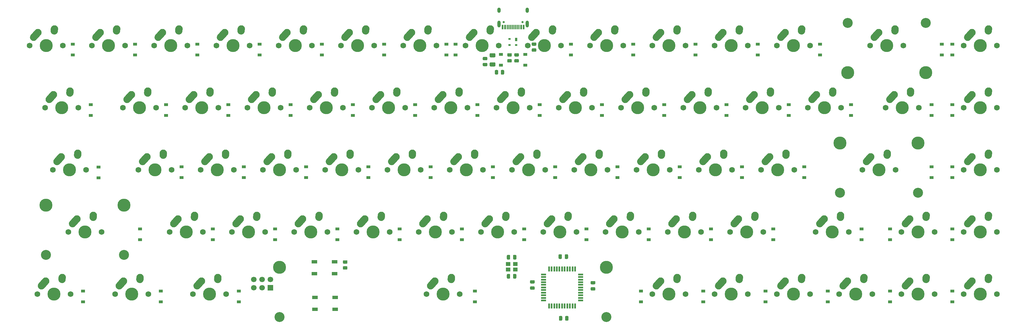
<source format=gbs>
G04 #@! TF.GenerationSoftware,KiCad,Pcbnew,(5.1.10)-1*
G04 #@! TF.CreationDate,2021-06-12T19:03:55-06:00*
G04 #@! TF.ProjectId,pcb,7063622e-6b69-4636-9164-5f7063625858,rev?*
G04 #@! TF.SameCoordinates,Original*
G04 #@! TF.FileFunction,Soldermask,Bot*
G04 #@! TF.FilePolarity,Negative*
%FSLAX46Y46*%
G04 Gerber Fmt 4.6, Leading zero omitted, Abs format (unit mm)*
G04 Created by KiCad (PCBNEW (5.1.10)-1) date 2021-06-12 19:03:55*
%MOMM*%
%LPD*%
G01*
G04 APERTURE LIST*
%ADD10R,0.600000X1.450000*%
%ADD11R,0.300000X1.450000*%
%ADD12C,0.650000*%
%ADD13O,1.000000X2.100000*%
%ADD14O,1.000000X1.600000*%
%ADD15R,0.700000X0.600000*%
%ADD16R,0.700000X1.000000*%
%ADD17C,1.750000*%
%ADD18C,2.250000*%
%ADD19C,3.987800*%
%ADD20R,1.400000X1.200000*%
%ADD21R,0.550000X1.500000*%
%ADD22R,1.500000X0.550000*%
%ADD23R,1.800000X1.100000*%
%ADD24C,3.048000*%
%ADD25R,1.700000X1.700000*%
%ADD26C,1.700000*%
%ADD27R,1.200000X0.900000*%
G04 APERTURE END LIST*
D10*
X210188075Y-83260000D03*
X203738075Y-83260000D03*
X209413075Y-83260000D03*
X204513075Y-83260000D03*
D11*
X205213075Y-83260000D03*
X208713075Y-83260000D03*
X205713075Y-83260000D03*
X208213075Y-83260000D03*
X206213075Y-83260000D03*
X207713075Y-83260000D03*
X207213075Y-83260000D03*
X206713075Y-83260000D03*
D12*
X209853075Y-81815000D03*
X204073075Y-81815000D03*
D13*
X202643075Y-82345000D03*
X211283075Y-82345000D03*
D14*
X202643075Y-78165000D03*
X211283075Y-78165000D03*
D15*
X205899000Y-88822000D03*
X207899000Y-88822000D03*
X205899000Y-86922000D03*
D16*
X207899000Y-87122000D03*
D17*
X221568275Y-88980600D03*
X211408275Y-88980600D03*
D18*
X213988275Y-84980600D03*
D19*
X216488275Y-88980600D03*
G36*
G01*
X211926963Y-87277950D02*
X211926958Y-87277945D01*
G75*
G02*
X211840930Y-85689283I751317J837345D01*
G01*
X213150932Y-84229283D01*
G75*
G02*
X214739594Y-84143255I837345J-751317D01*
G01*
X214739594Y-84143255D01*
G75*
G02*
X214825622Y-85731917I-751317J-837345D01*
G01*
X213515620Y-87191917D01*
G75*
G02*
X211926958Y-87277945I-837345J751317D01*
G01*
G37*
D18*
X219028275Y-83900600D03*
G36*
G01*
X218911758Y-85602995D02*
X218910872Y-85602934D01*
G75*
G02*
X217865941Y-84403197I77403J1122334D01*
G01*
X217905941Y-83823197D01*
G75*
G02*
X219105678Y-82778266I1122334J-77403D01*
G01*
X219105678Y-82778266D01*
G75*
G02*
X220150609Y-83978003I-77403J-1122334D01*
G01*
X220110609Y-84558003D01*
G75*
G02*
X218910872Y-85602934I-1122334J77403D01*
G01*
G37*
G36*
G01*
X230919000Y-163071000D02*
X231869000Y-163071000D01*
G75*
G02*
X232119000Y-163321000I0J-250000D01*
G01*
X232119000Y-163821000D01*
G75*
G02*
X231869000Y-164071000I-250000J0D01*
G01*
X230919000Y-164071000D01*
G75*
G02*
X230669000Y-163821000I0J250000D01*
G01*
X230669000Y-163321000D01*
G75*
G02*
X230919000Y-163071000I250000J0D01*
G01*
G37*
G36*
G01*
X230919000Y-161171000D02*
X231869000Y-161171000D01*
G75*
G02*
X232119000Y-161421000I0J-250000D01*
G01*
X232119000Y-161921000D01*
G75*
G02*
X231869000Y-162171000I-250000J0D01*
G01*
X230919000Y-162171000D01*
G75*
G02*
X230669000Y-161921000I0J250000D01*
G01*
X230669000Y-161421000D01*
G75*
G02*
X230919000Y-161171000I250000J0D01*
G01*
G37*
D17*
X354918275Y-108030601D03*
X344758275Y-108030601D03*
D18*
X347338275Y-104030601D03*
D19*
X349838275Y-108030601D03*
G36*
G01*
X345276963Y-106327951D02*
X345276958Y-106327946D01*
G75*
G02*
X345190930Y-104739284I751317J837345D01*
G01*
X346500932Y-103279284D01*
G75*
G02*
X348089594Y-103193256I837345J-751317D01*
G01*
X348089594Y-103193256D01*
G75*
G02*
X348175622Y-104781918I-751317J-837345D01*
G01*
X346865620Y-106241918D01*
G75*
G02*
X345276958Y-106327946I-837345J751317D01*
G01*
G37*
D18*
X352378275Y-102950601D03*
G36*
G01*
X352261758Y-104652996D02*
X352260872Y-104652935D01*
G75*
G02*
X351215941Y-103453198I77403J1122334D01*
G01*
X351255941Y-102873198D01*
G75*
G02*
X352455678Y-101828267I1122334J-77403D01*
G01*
X352455678Y-101828267D01*
G75*
G02*
X353500609Y-103028004I-77403J-1122334D01*
G01*
X353460609Y-103608004D01*
G75*
G02*
X352260872Y-104652935I-1122334J77403D01*
G01*
G37*
D17*
X331105275Y-108030601D03*
X320945275Y-108030601D03*
D18*
X323525275Y-104030601D03*
D19*
X326025275Y-108030601D03*
G36*
G01*
X321463963Y-106327951D02*
X321463958Y-106327946D01*
G75*
G02*
X321377930Y-104739284I751317J837345D01*
G01*
X322687932Y-103279284D01*
G75*
G02*
X324276594Y-103193256I837345J-751317D01*
G01*
X324276594Y-103193256D01*
G75*
G02*
X324362622Y-104781918I-751317J-837345D01*
G01*
X323052620Y-106241918D01*
G75*
G02*
X321463958Y-106327946I-837345J751317D01*
G01*
G37*
D18*
X328565275Y-102950601D03*
G36*
G01*
X328448758Y-104652996D02*
X328447872Y-104652935D01*
G75*
G02*
X327402941Y-103453198I77403J1122334D01*
G01*
X327442941Y-102873198D01*
G75*
G02*
X328642678Y-101828267I1122334J-77403D01*
G01*
X328642678Y-101828267D01*
G75*
G02*
X329687609Y-103028004I-77403J-1122334D01*
G01*
X329647609Y-103608004D01*
G75*
G02*
X328447872Y-104652935I-1122334J77403D01*
G01*
G37*
D20*
X205402000Y-157631500D03*
X207602000Y-157631500D03*
X207602000Y-155931500D03*
X205402000Y-155931500D03*
D21*
X217932500Y-168831500D03*
X218732500Y-168831500D03*
X219532500Y-168831500D03*
X220332500Y-168831500D03*
X221132500Y-168831500D03*
X221932500Y-168831500D03*
X222732500Y-168831500D03*
X223532500Y-168831500D03*
X224332500Y-168831500D03*
X225132500Y-168831500D03*
X225932500Y-168831500D03*
D22*
X227632500Y-167131500D03*
X227632500Y-166331500D03*
X227632500Y-165531500D03*
X227632500Y-164731500D03*
X227632500Y-163931500D03*
X227632500Y-163131500D03*
X227632500Y-162331500D03*
X227632500Y-161531500D03*
X227632500Y-160731500D03*
X227632500Y-159931500D03*
X227632500Y-159131500D03*
D21*
X225932500Y-157431500D03*
X225132500Y-157431500D03*
X224332500Y-157431500D03*
X223532500Y-157431500D03*
X222732500Y-157431500D03*
X221932500Y-157431500D03*
X221132500Y-157431500D03*
X220332500Y-157431500D03*
X219532500Y-157431500D03*
X218732500Y-157431500D03*
X217932500Y-157431500D03*
D22*
X216232500Y-159131500D03*
X216232500Y-159931500D03*
X216232500Y-160731500D03*
X216232500Y-161531500D03*
X216232500Y-162331500D03*
X216232500Y-163131500D03*
X216232500Y-163931500D03*
X216232500Y-164731500D03*
X216232500Y-165531500D03*
X216232500Y-166331500D03*
X216232500Y-167131500D03*
D23*
X152515500Y-169871000D03*
X146315500Y-166171000D03*
X152515500Y-166171000D03*
X146315500Y-169871000D03*
X152388500Y-158949000D03*
X146188500Y-155249000D03*
X152388500Y-155249000D03*
X146188500Y-158949000D03*
G36*
G01*
X155124998Y-156633500D02*
X156025002Y-156633500D01*
G75*
G02*
X156275000Y-156883498I0J-249998D01*
G01*
X156275000Y-157408502D01*
G75*
G02*
X156025002Y-157658500I-249998J0D01*
G01*
X155124998Y-157658500D01*
G75*
G02*
X154875000Y-157408502I0J249998D01*
G01*
X154875000Y-156883498D01*
G75*
G02*
X155124998Y-156633500I249998J0D01*
G01*
G37*
G36*
G01*
X155124998Y-154808500D02*
X156025002Y-154808500D01*
G75*
G02*
X156275000Y-155058498I0J-249998D01*
G01*
X156275000Y-155583502D01*
G75*
G02*
X156025002Y-155833500I-249998J0D01*
G01*
X155124998Y-155833500D01*
G75*
G02*
X154875000Y-155583502I0J249998D01*
G01*
X154875000Y-155058498D01*
G75*
G02*
X155124998Y-154808500I249998J0D01*
G01*
G37*
G36*
G01*
X206317002Y-92333500D02*
X205416998Y-92333500D01*
G75*
G02*
X205167000Y-92083502I0J249998D01*
G01*
X205167000Y-91558498D01*
G75*
G02*
X205416998Y-91308500I249998J0D01*
G01*
X206317002Y-91308500D01*
G75*
G02*
X206567000Y-91558498I0J-249998D01*
G01*
X206567000Y-92083502D01*
G75*
G02*
X206317002Y-92333500I-249998J0D01*
G01*
G37*
G36*
G01*
X206317002Y-94158500D02*
X205416998Y-94158500D01*
G75*
G02*
X205167000Y-93908502I0J249998D01*
G01*
X205167000Y-93383498D01*
G75*
G02*
X205416998Y-93133500I249998J0D01*
G01*
X206317002Y-93133500D01*
G75*
G02*
X206567000Y-93383498I0J-249998D01*
G01*
X206567000Y-93908502D01*
G75*
G02*
X206317002Y-94158500I-249998J0D01*
G01*
G37*
G36*
G01*
X201370500Y-97605002D02*
X201370500Y-96704998D01*
G75*
G02*
X201620498Y-96455000I249998J0D01*
G01*
X202145502Y-96455000D01*
G75*
G02*
X202395500Y-96704998I0J-249998D01*
G01*
X202395500Y-97605002D01*
G75*
G02*
X202145502Y-97855000I-249998J0D01*
G01*
X201620498Y-97855000D01*
G75*
G02*
X201370500Y-97605002I0J249998D01*
G01*
G37*
G36*
G01*
X203195500Y-97605002D02*
X203195500Y-96704998D01*
G75*
G02*
X203445498Y-96455000I249998J0D01*
G01*
X203970502Y-96455000D01*
G75*
G02*
X204220500Y-96704998I0J-249998D01*
G01*
X204220500Y-97605002D01*
G75*
G02*
X203970502Y-97855000I-249998J0D01*
G01*
X203445498Y-97855000D01*
G75*
G02*
X203195500Y-97605002I0J249998D01*
G01*
G37*
G36*
G01*
X208476002Y-92333500D02*
X207575998Y-92333500D01*
G75*
G02*
X207326000Y-92083502I0J249998D01*
G01*
X207326000Y-91558498D01*
G75*
G02*
X207575998Y-91308500I249998J0D01*
G01*
X208476002Y-91308500D01*
G75*
G02*
X208726000Y-91558498I0J-249998D01*
G01*
X208726000Y-92083502D01*
G75*
G02*
X208476002Y-92333500I-249998J0D01*
G01*
G37*
G36*
G01*
X208476002Y-94158500D02*
X207575998Y-94158500D01*
G75*
G02*
X207326000Y-93908502I0J249998D01*
G01*
X207326000Y-93383498D01*
G75*
G02*
X207575998Y-93133500I249998J0D01*
G01*
X208476002Y-93133500D01*
G75*
G02*
X208726000Y-93383498I0J-249998D01*
G01*
X208726000Y-93908502D01*
G75*
G02*
X208476002Y-94158500I-249998J0D01*
G01*
G37*
G36*
G01*
X213810002Y-89031500D02*
X212909998Y-89031500D01*
G75*
G02*
X212660000Y-88781502I0J249998D01*
G01*
X212660000Y-88256498D01*
G75*
G02*
X212909998Y-88006500I249998J0D01*
G01*
X213810002Y-88006500D01*
G75*
G02*
X214060000Y-88256498I0J-249998D01*
G01*
X214060000Y-88781502D01*
G75*
G02*
X213810002Y-89031500I-249998J0D01*
G01*
G37*
G36*
G01*
X213810002Y-90856500D02*
X212909998Y-90856500D01*
G75*
G02*
X212660000Y-90606502I0J249998D01*
G01*
X212660000Y-90081498D01*
G75*
G02*
X212909998Y-89831500I249998J0D01*
G01*
X213810002Y-89831500D01*
G75*
G02*
X214060000Y-90081498I0J-249998D01*
G01*
X214060000Y-90606502D01*
G75*
G02*
X213810002Y-90856500I-249998J0D01*
G01*
G37*
G36*
G01*
X198824002Y-95301500D02*
X197923998Y-95301500D01*
G75*
G02*
X197674000Y-95051502I0J249998D01*
G01*
X197674000Y-94526498D01*
G75*
G02*
X197923998Y-94276500I249998J0D01*
G01*
X198824002Y-94276500D01*
G75*
G02*
X199074000Y-94526498I0J-249998D01*
G01*
X199074000Y-95051502D01*
G75*
G02*
X198824002Y-95301500I-249998J0D01*
G01*
G37*
G36*
G01*
X198824002Y-93476500D02*
X197923998Y-93476500D01*
G75*
G02*
X197674000Y-93226502I0J249998D01*
G01*
X197674000Y-92701498D01*
G75*
G02*
X197923998Y-92451500I249998J0D01*
G01*
X198824002Y-92451500D01*
G75*
G02*
X199074000Y-92701498I0J-249998D01*
G01*
X199074000Y-93226502D01*
G75*
G02*
X198824002Y-93476500I-249998J0D01*
G01*
G37*
D17*
X354918275Y-165180760D03*
X344758275Y-165180760D03*
D18*
X347338275Y-161180760D03*
D19*
X349838275Y-165180760D03*
G36*
G01*
X345276963Y-163478110D02*
X345276958Y-163478105D01*
G75*
G02*
X345190930Y-161889443I751317J837345D01*
G01*
X346500932Y-160429443D01*
G75*
G02*
X348089594Y-160343415I837345J-751317D01*
G01*
X348089594Y-160343415D01*
G75*
G02*
X348175622Y-161932077I-751317J-837345D01*
G01*
X346865620Y-163392077D01*
G75*
G02*
X345276958Y-163478105I-837345J751317D01*
G01*
G37*
D18*
X352378275Y-160100760D03*
G36*
G01*
X352261758Y-161803155D02*
X352260872Y-161803094D01*
G75*
G02*
X351215941Y-160603357I77403J1122334D01*
G01*
X351255941Y-160023357D01*
G75*
G02*
X352455678Y-158978426I1122334J-77403D01*
G01*
X352455678Y-158978426D01*
G75*
G02*
X353500609Y-160178163I-77403J-1122334D01*
G01*
X353460609Y-160758163D01*
G75*
G02*
X352260872Y-161803094I-1122334J77403D01*
G01*
G37*
D17*
X335868275Y-165180760D03*
X325708275Y-165180760D03*
D18*
X328288275Y-161180760D03*
D19*
X330788275Y-165180760D03*
G36*
G01*
X326226963Y-163478110D02*
X326226958Y-163478105D01*
G75*
G02*
X326140930Y-161889443I751317J837345D01*
G01*
X327450932Y-160429443D01*
G75*
G02*
X329039594Y-160343415I837345J-751317D01*
G01*
X329039594Y-160343415D01*
G75*
G02*
X329125622Y-161932077I-751317J-837345D01*
G01*
X327815620Y-163392077D01*
G75*
G02*
X326226958Y-163478105I-837345J751317D01*
G01*
G37*
D18*
X333328275Y-160100760D03*
G36*
G01*
X333211758Y-161803155D02*
X333210872Y-161803094D01*
G75*
G02*
X332165941Y-160603357I77403J1122334D01*
G01*
X332205941Y-160023357D01*
G75*
G02*
X333405678Y-158978426I1122334J-77403D01*
G01*
X333405678Y-158978426D01*
G75*
G02*
X334450609Y-160178163I-77403J-1122334D01*
G01*
X334410609Y-160758163D01*
G75*
G02*
X333210872Y-161803094I-1122334J77403D01*
G01*
G37*
D17*
X316818275Y-165180760D03*
X306658275Y-165180760D03*
D18*
X309238275Y-161180760D03*
D19*
X311738275Y-165180760D03*
G36*
G01*
X307176963Y-163478110D02*
X307176958Y-163478105D01*
G75*
G02*
X307090930Y-161889443I751317J837345D01*
G01*
X308400932Y-160429443D01*
G75*
G02*
X309989594Y-160343415I837345J-751317D01*
G01*
X309989594Y-160343415D01*
G75*
G02*
X310075622Y-161932077I-751317J-837345D01*
G01*
X308765620Y-163392077D01*
G75*
G02*
X307176958Y-163478105I-837345J751317D01*
G01*
G37*
D18*
X314278275Y-160100760D03*
G36*
G01*
X314161758Y-161803155D02*
X314160872Y-161803094D01*
G75*
G02*
X313115941Y-160603357I77403J1122334D01*
G01*
X313155941Y-160023357D01*
G75*
G02*
X314355678Y-158978426I1122334J-77403D01*
G01*
X314355678Y-158978426D01*
G75*
G02*
X315400609Y-160178163I-77403J-1122334D01*
G01*
X315360609Y-160758163D01*
G75*
G02*
X314160872Y-161803094I-1122334J77403D01*
G01*
G37*
D17*
X297768275Y-165180760D03*
X287608275Y-165180760D03*
D18*
X290188275Y-161180760D03*
D19*
X292688275Y-165180760D03*
G36*
G01*
X288126963Y-163478110D02*
X288126958Y-163478105D01*
G75*
G02*
X288040930Y-161889443I751317J837345D01*
G01*
X289350932Y-160429443D01*
G75*
G02*
X290939594Y-160343415I837345J-751317D01*
G01*
X290939594Y-160343415D01*
G75*
G02*
X291025622Y-161932077I-751317J-837345D01*
G01*
X289715620Y-163392077D01*
G75*
G02*
X288126958Y-163478105I-837345J751317D01*
G01*
G37*
D18*
X295228275Y-160100760D03*
G36*
G01*
X295111758Y-161803155D02*
X295110872Y-161803094D01*
G75*
G02*
X294065941Y-160603357I77403J1122334D01*
G01*
X294105941Y-160023357D01*
G75*
G02*
X295305678Y-158978426I1122334J-77403D01*
G01*
X295305678Y-158978426D01*
G75*
G02*
X296350609Y-160178163I-77403J-1122334D01*
G01*
X296310609Y-160758163D01*
G75*
G02*
X295110872Y-161803094I-1122334J77403D01*
G01*
G37*
D17*
X278718275Y-165180760D03*
X268558275Y-165180760D03*
D18*
X271138275Y-161180760D03*
D19*
X273638275Y-165180760D03*
G36*
G01*
X269076963Y-163478110D02*
X269076958Y-163478105D01*
G75*
G02*
X268990930Y-161889443I751317J837345D01*
G01*
X270300932Y-160429443D01*
G75*
G02*
X271889594Y-160343415I837345J-751317D01*
G01*
X271889594Y-160343415D01*
G75*
G02*
X271975622Y-161932077I-751317J-837345D01*
G01*
X270665620Y-163392077D01*
G75*
G02*
X269076958Y-163478105I-837345J751317D01*
G01*
G37*
D18*
X276178275Y-160100760D03*
G36*
G01*
X276061758Y-161803155D02*
X276060872Y-161803094D01*
G75*
G02*
X275015941Y-160603357I77403J1122334D01*
G01*
X275055941Y-160023357D01*
G75*
G02*
X276255678Y-158978426I1122334J-77403D01*
G01*
X276255678Y-158978426D01*
G75*
G02*
X277300609Y-160178163I-77403J-1122334D01*
G01*
X277260609Y-160758163D01*
G75*
G02*
X276060872Y-161803094I-1122334J77403D01*
G01*
G37*
D17*
X259668275Y-165180760D03*
X249508275Y-165180760D03*
D18*
X252088275Y-161180760D03*
D19*
X254588275Y-165180760D03*
G36*
G01*
X250026963Y-163478110D02*
X250026958Y-163478105D01*
G75*
G02*
X249940930Y-161889443I751317J837345D01*
G01*
X251250932Y-160429443D01*
G75*
G02*
X252839594Y-160343415I837345J-751317D01*
G01*
X252839594Y-160343415D01*
G75*
G02*
X252925622Y-161932077I-751317J-837345D01*
G01*
X251615620Y-163392077D01*
G75*
G02*
X250026958Y-163478105I-837345J751317D01*
G01*
G37*
D18*
X257128275Y-160100760D03*
G36*
G01*
X257011758Y-161803155D02*
X257010872Y-161803094D01*
G75*
G02*
X255965941Y-160603357I77403J1122334D01*
G01*
X256005941Y-160023357D01*
G75*
G02*
X257205678Y-158978426I1122334J-77403D01*
G01*
X257205678Y-158978426D01*
G75*
G02*
X258250609Y-160178163I-77403J-1122334D01*
G01*
X258210609Y-160758163D01*
G75*
G02*
X257010872Y-161803094I-1122334J77403D01*
G01*
G37*
D19*
X235530175Y-156925760D03*
X135530375Y-156925760D03*
D24*
X235530175Y-172165760D03*
X135530375Y-172165760D03*
D17*
X190610275Y-165180760D03*
X180450275Y-165180760D03*
D18*
X183030275Y-161180760D03*
D19*
X185530275Y-165180760D03*
G36*
G01*
X180968963Y-163478110D02*
X180968958Y-163478105D01*
G75*
G02*
X180882930Y-161889443I751317J837345D01*
G01*
X182192932Y-160429443D01*
G75*
G02*
X183781594Y-160343415I837345J-751317D01*
G01*
X183781594Y-160343415D01*
G75*
G02*
X183867622Y-161932077I-751317J-837345D01*
G01*
X182557620Y-163392077D01*
G75*
G02*
X180968958Y-163478105I-837345J751317D01*
G01*
G37*
D18*
X188070275Y-160100760D03*
G36*
G01*
X187953758Y-161803155D02*
X187952872Y-161803094D01*
G75*
G02*
X186907941Y-160603357I77403J1122334D01*
G01*
X186947941Y-160023357D01*
G75*
G02*
X188147678Y-158978426I1122334J-77403D01*
G01*
X188147678Y-158978426D01*
G75*
G02*
X189192609Y-160178163I-77403J-1122334D01*
G01*
X189152609Y-160758163D01*
G75*
G02*
X187952872Y-161803094I-1122334J77403D01*
G01*
G37*
D17*
X119174275Y-165180760D03*
X109014275Y-165180760D03*
D18*
X111594275Y-161180760D03*
D19*
X114094275Y-165180760D03*
G36*
G01*
X109532963Y-163478110D02*
X109532958Y-163478105D01*
G75*
G02*
X109446930Y-161889443I751317J837345D01*
G01*
X110756932Y-160429443D01*
G75*
G02*
X112345594Y-160343415I837345J-751317D01*
G01*
X112345594Y-160343415D01*
G75*
G02*
X112431622Y-161932077I-751317J-837345D01*
G01*
X111121620Y-163392077D01*
G75*
G02*
X109532958Y-163478105I-837345J751317D01*
G01*
G37*
D18*
X116634275Y-160100760D03*
G36*
G01*
X116517758Y-161803155D02*
X116516872Y-161803094D01*
G75*
G02*
X115471941Y-160603357I77403J1122334D01*
G01*
X115511941Y-160023357D01*
G75*
G02*
X116711678Y-158978426I1122334J-77403D01*
G01*
X116711678Y-158978426D01*
G75*
G02*
X117756609Y-160178163I-77403J-1122334D01*
G01*
X117716609Y-160758163D01*
G75*
G02*
X116516872Y-161803094I-1122334J77403D01*
G01*
G37*
D17*
X95360275Y-165180760D03*
X85200275Y-165180760D03*
D18*
X87780275Y-161180760D03*
D19*
X90280275Y-165180760D03*
G36*
G01*
X85718963Y-163478110D02*
X85718958Y-163478105D01*
G75*
G02*
X85632930Y-161889443I751317J837345D01*
G01*
X86942932Y-160429443D01*
G75*
G02*
X88531594Y-160343415I837345J-751317D01*
G01*
X88531594Y-160343415D01*
G75*
G02*
X88617622Y-161932077I-751317J-837345D01*
G01*
X87307620Y-163392077D01*
G75*
G02*
X85718958Y-163478105I-837345J751317D01*
G01*
G37*
D18*
X92820275Y-160100760D03*
G36*
G01*
X92703758Y-161803155D02*
X92702872Y-161803094D01*
G75*
G02*
X91657941Y-160603357I77403J1122334D01*
G01*
X91697941Y-160023357D01*
G75*
G02*
X92897678Y-158978426I1122334J-77403D01*
G01*
X92897678Y-158978426D01*
G75*
G02*
X93942609Y-160178163I-77403J-1122334D01*
G01*
X93902609Y-160758163D01*
G75*
G02*
X92702872Y-161803094I-1122334J77403D01*
G01*
G37*
D17*
X71549185Y-165180760D03*
X61389185Y-165180760D03*
D18*
X63969185Y-161180760D03*
D19*
X66469185Y-165180760D03*
G36*
G01*
X61907873Y-163478110D02*
X61907868Y-163478105D01*
G75*
G02*
X61821840Y-161889443I751317J837345D01*
G01*
X63131842Y-160429443D01*
G75*
G02*
X64720504Y-160343415I837345J-751317D01*
G01*
X64720504Y-160343415D01*
G75*
G02*
X64806532Y-161932077I-751317J-837345D01*
G01*
X63496530Y-163392077D01*
G75*
G02*
X61907868Y-163478105I-837345J751317D01*
G01*
G37*
D18*
X69009185Y-160100760D03*
G36*
G01*
X68892668Y-161803155D02*
X68891782Y-161803094D01*
G75*
G02*
X67846851Y-160603357I77403J1122334D01*
G01*
X67886851Y-160023357D01*
G75*
G02*
X69086588Y-158978426I1122334J-77403D01*
G01*
X69086588Y-158978426D01*
G75*
G02*
X70131519Y-160178163I-77403J-1122334D01*
G01*
X70091519Y-160758163D01*
G75*
G02*
X68891782Y-161803094I-1122334J77403D01*
G01*
G37*
D17*
X354918275Y-146130800D03*
X344758275Y-146130800D03*
D18*
X347338275Y-142130800D03*
D19*
X349838275Y-146130800D03*
G36*
G01*
X345276963Y-144428150D02*
X345276958Y-144428145D01*
G75*
G02*
X345190930Y-142839483I751317J837345D01*
G01*
X346500932Y-141379483D01*
G75*
G02*
X348089594Y-141293455I837345J-751317D01*
G01*
X348089594Y-141293455D01*
G75*
G02*
X348175622Y-142882117I-751317J-837345D01*
G01*
X346865620Y-144342117D01*
G75*
G02*
X345276958Y-144428145I-837345J751317D01*
G01*
G37*
D18*
X352378275Y-141050800D03*
G36*
G01*
X352261758Y-142753195D02*
X352260872Y-142753134D01*
G75*
G02*
X351215941Y-141553397I77403J1122334D01*
G01*
X351255941Y-140973397D01*
G75*
G02*
X352455678Y-139928466I1122334J-77403D01*
G01*
X352455678Y-139928466D01*
G75*
G02*
X353500609Y-141128203I-77403J-1122334D01*
G01*
X353460609Y-141708203D01*
G75*
G02*
X352260872Y-142753134I-1122334J77403D01*
G01*
G37*
D17*
X335868275Y-146130800D03*
X325708275Y-146130800D03*
D18*
X328288275Y-142130800D03*
D19*
X330788275Y-146130800D03*
G36*
G01*
X326226963Y-144428150D02*
X326226958Y-144428145D01*
G75*
G02*
X326140930Y-142839483I751317J837345D01*
G01*
X327450932Y-141379483D01*
G75*
G02*
X329039594Y-141293455I837345J-751317D01*
G01*
X329039594Y-141293455D01*
G75*
G02*
X329125622Y-142882117I-751317J-837345D01*
G01*
X327815620Y-144342117D01*
G75*
G02*
X326226958Y-144428145I-837345J751317D01*
G01*
G37*
D18*
X333328275Y-141050800D03*
G36*
G01*
X333211758Y-142753195D02*
X333210872Y-142753134D01*
G75*
G02*
X332165941Y-141553397I77403J1122334D01*
G01*
X332205941Y-140973397D01*
G75*
G02*
X333405678Y-139928466I1122334J-77403D01*
G01*
X333405678Y-139928466D01*
G75*
G02*
X334450609Y-141128203I-77403J-1122334D01*
G01*
X334410609Y-141708203D01*
G75*
G02*
X333210872Y-142753134I-1122334J77403D01*
G01*
G37*
D17*
X309674274Y-146130800D03*
X299514274Y-146130800D03*
D18*
X302094274Y-142130800D03*
D19*
X304594274Y-146130800D03*
G36*
G01*
X300032962Y-144428150D02*
X300032957Y-144428145D01*
G75*
G02*
X299946929Y-142839483I751317J837345D01*
G01*
X301256931Y-141379483D01*
G75*
G02*
X302845593Y-141293455I837345J-751317D01*
G01*
X302845593Y-141293455D01*
G75*
G02*
X302931621Y-142882117I-751317J-837345D01*
G01*
X301621619Y-144342117D01*
G75*
G02*
X300032957Y-144428145I-837345J751317D01*
G01*
G37*
D18*
X307134274Y-141050800D03*
G36*
G01*
X307017757Y-142753195D02*
X307016871Y-142753134D01*
G75*
G02*
X305971940Y-141553397I77403J1122334D01*
G01*
X306011940Y-140973397D01*
G75*
G02*
X307211677Y-139928466I1122334J-77403D01*
G01*
X307211677Y-139928466D01*
G75*
G02*
X308256608Y-141128203I-77403J-1122334D01*
G01*
X308216608Y-141708203D01*
G75*
G02*
X307016871Y-142753134I-1122334J77403D01*
G01*
G37*
D17*
X283480275Y-146130800D03*
X273320275Y-146130800D03*
D18*
X275900275Y-142130800D03*
D19*
X278400275Y-146130800D03*
G36*
G01*
X273838963Y-144428150D02*
X273838958Y-144428145D01*
G75*
G02*
X273752930Y-142839483I751317J837345D01*
G01*
X275062932Y-141379483D01*
G75*
G02*
X276651594Y-141293455I837345J-751317D01*
G01*
X276651594Y-141293455D01*
G75*
G02*
X276737622Y-142882117I-751317J-837345D01*
G01*
X275427620Y-144342117D01*
G75*
G02*
X273838958Y-144428145I-837345J751317D01*
G01*
G37*
D18*
X280940275Y-141050800D03*
G36*
G01*
X280823758Y-142753195D02*
X280822872Y-142753134D01*
G75*
G02*
X279777941Y-141553397I77403J1122334D01*
G01*
X279817941Y-140973397D01*
G75*
G02*
X281017678Y-139928466I1122334J-77403D01*
G01*
X281017678Y-139928466D01*
G75*
G02*
X282062609Y-141128203I-77403J-1122334D01*
G01*
X282022609Y-141708203D01*
G75*
G02*
X280822872Y-142753134I-1122334J77403D01*
G01*
G37*
D17*
X264430275Y-146130800D03*
X254270275Y-146130800D03*
D18*
X256850275Y-142130800D03*
D19*
X259350275Y-146130800D03*
G36*
G01*
X254788963Y-144428150D02*
X254788958Y-144428145D01*
G75*
G02*
X254702930Y-142839483I751317J837345D01*
G01*
X256012932Y-141379483D01*
G75*
G02*
X257601594Y-141293455I837345J-751317D01*
G01*
X257601594Y-141293455D01*
G75*
G02*
X257687622Y-142882117I-751317J-837345D01*
G01*
X256377620Y-144342117D01*
G75*
G02*
X254788958Y-144428145I-837345J751317D01*
G01*
G37*
D18*
X261890275Y-141050800D03*
G36*
G01*
X261773758Y-142753195D02*
X261772872Y-142753134D01*
G75*
G02*
X260727941Y-141553397I77403J1122334D01*
G01*
X260767941Y-140973397D01*
G75*
G02*
X261967678Y-139928466I1122334J-77403D01*
G01*
X261967678Y-139928466D01*
G75*
G02*
X263012609Y-141128203I-77403J-1122334D01*
G01*
X262972609Y-141708203D01*
G75*
G02*
X261772872Y-142753134I-1122334J77403D01*
G01*
G37*
D17*
X245380275Y-146130800D03*
X235220275Y-146130800D03*
D18*
X237800275Y-142130800D03*
D19*
X240300275Y-146130800D03*
G36*
G01*
X235738963Y-144428150D02*
X235738958Y-144428145D01*
G75*
G02*
X235652930Y-142839483I751317J837345D01*
G01*
X236962932Y-141379483D01*
G75*
G02*
X238551594Y-141293455I837345J-751317D01*
G01*
X238551594Y-141293455D01*
G75*
G02*
X238637622Y-142882117I-751317J-837345D01*
G01*
X237327620Y-144342117D01*
G75*
G02*
X235738958Y-144428145I-837345J751317D01*
G01*
G37*
D18*
X242840275Y-141050800D03*
G36*
G01*
X242723758Y-142753195D02*
X242722872Y-142753134D01*
G75*
G02*
X241677941Y-141553397I77403J1122334D01*
G01*
X241717941Y-140973397D01*
G75*
G02*
X242917678Y-139928466I1122334J-77403D01*
G01*
X242917678Y-139928466D01*
G75*
G02*
X243962609Y-141128203I-77403J-1122334D01*
G01*
X243922609Y-141708203D01*
G75*
G02*
X242722872Y-142753134I-1122334J77403D01*
G01*
G37*
D17*
X226330275Y-146130800D03*
X216170275Y-146130800D03*
D18*
X218750275Y-142130800D03*
D19*
X221250275Y-146130800D03*
G36*
G01*
X216688963Y-144428150D02*
X216688958Y-144428145D01*
G75*
G02*
X216602930Y-142839483I751317J837345D01*
G01*
X217912932Y-141379483D01*
G75*
G02*
X219501594Y-141293455I837345J-751317D01*
G01*
X219501594Y-141293455D01*
G75*
G02*
X219587622Y-142882117I-751317J-837345D01*
G01*
X218277620Y-144342117D01*
G75*
G02*
X216688958Y-144428145I-837345J751317D01*
G01*
G37*
D18*
X223790275Y-141050800D03*
G36*
G01*
X223673758Y-142753195D02*
X223672872Y-142753134D01*
G75*
G02*
X222627941Y-141553397I77403J1122334D01*
G01*
X222667941Y-140973397D01*
G75*
G02*
X223867678Y-139928466I1122334J-77403D01*
G01*
X223867678Y-139928466D01*
G75*
G02*
X224912609Y-141128203I-77403J-1122334D01*
G01*
X224872609Y-141708203D01*
G75*
G02*
X223672872Y-142753134I-1122334J77403D01*
G01*
G37*
D17*
X207280275Y-146130800D03*
X197120275Y-146130800D03*
D18*
X199700275Y-142130800D03*
D19*
X202200275Y-146130800D03*
G36*
G01*
X197638963Y-144428150D02*
X197638958Y-144428145D01*
G75*
G02*
X197552930Y-142839483I751317J837345D01*
G01*
X198862932Y-141379483D01*
G75*
G02*
X200451594Y-141293455I837345J-751317D01*
G01*
X200451594Y-141293455D01*
G75*
G02*
X200537622Y-142882117I-751317J-837345D01*
G01*
X199227620Y-144342117D01*
G75*
G02*
X197638958Y-144428145I-837345J751317D01*
G01*
G37*
D18*
X204740275Y-141050800D03*
G36*
G01*
X204623758Y-142753195D02*
X204622872Y-142753134D01*
G75*
G02*
X203577941Y-141553397I77403J1122334D01*
G01*
X203617941Y-140973397D01*
G75*
G02*
X204817678Y-139928466I1122334J-77403D01*
G01*
X204817678Y-139928466D01*
G75*
G02*
X205862609Y-141128203I-77403J-1122334D01*
G01*
X205822609Y-141708203D01*
G75*
G02*
X204622872Y-142753134I-1122334J77403D01*
G01*
G37*
D17*
X188230275Y-146130800D03*
X178070275Y-146130800D03*
D18*
X180650275Y-142130800D03*
D19*
X183150275Y-146130800D03*
G36*
G01*
X178588963Y-144428150D02*
X178588958Y-144428145D01*
G75*
G02*
X178502930Y-142839483I751317J837345D01*
G01*
X179812932Y-141379483D01*
G75*
G02*
X181401594Y-141293455I837345J-751317D01*
G01*
X181401594Y-141293455D01*
G75*
G02*
X181487622Y-142882117I-751317J-837345D01*
G01*
X180177620Y-144342117D01*
G75*
G02*
X178588958Y-144428145I-837345J751317D01*
G01*
G37*
D18*
X185690275Y-141050800D03*
G36*
G01*
X185573758Y-142753195D02*
X185572872Y-142753134D01*
G75*
G02*
X184527941Y-141553397I77403J1122334D01*
G01*
X184567941Y-140973397D01*
G75*
G02*
X185767678Y-139928466I1122334J-77403D01*
G01*
X185767678Y-139928466D01*
G75*
G02*
X186812609Y-141128203I-77403J-1122334D01*
G01*
X186772609Y-141708203D01*
G75*
G02*
X185572872Y-142753134I-1122334J77403D01*
G01*
G37*
D17*
X169180275Y-146130800D03*
X159020275Y-146130800D03*
D18*
X161600275Y-142130800D03*
D19*
X164100275Y-146130800D03*
G36*
G01*
X159538963Y-144428150D02*
X159538958Y-144428145D01*
G75*
G02*
X159452930Y-142839483I751317J837345D01*
G01*
X160762932Y-141379483D01*
G75*
G02*
X162351594Y-141293455I837345J-751317D01*
G01*
X162351594Y-141293455D01*
G75*
G02*
X162437622Y-142882117I-751317J-837345D01*
G01*
X161127620Y-144342117D01*
G75*
G02*
X159538958Y-144428145I-837345J751317D01*
G01*
G37*
D18*
X166640275Y-141050800D03*
G36*
G01*
X166523758Y-142753195D02*
X166522872Y-142753134D01*
G75*
G02*
X165477941Y-141553397I77403J1122334D01*
G01*
X165517941Y-140973397D01*
G75*
G02*
X166717678Y-139928466I1122334J-77403D01*
G01*
X166717678Y-139928466D01*
G75*
G02*
X167762609Y-141128203I-77403J-1122334D01*
G01*
X167722609Y-141708203D01*
G75*
G02*
X166522872Y-142753134I-1122334J77403D01*
G01*
G37*
D17*
X150130475Y-146130800D03*
X139970475Y-146130800D03*
D18*
X142550475Y-142130800D03*
D19*
X145050475Y-146130800D03*
G36*
G01*
X140489163Y-144428150D02*
X140489158Y-144428145D01*
G75*
G02*
X140403130Y-142839483I751317J837345D01*
G01*
X141713132Y-141379483D01*
G75*
G02*
X143301794Y-141293455I837345J-751317D01*
G01*
X143301794Y-141293455D01*
G75*
G02*
X143387822Y-142882117I-751317J-837345D01*
G01*
X142077820Y-144342117D01*
G75*
G02*
X140489158Y-144428145I-837345J751317D01*
G01*
G37*
D18*
X147590475Y-141050800D03*
G36*
G01*
X147473958Y-142753195D02*
X147473072Y-142753134D01*
G75*
G02*
X146428141Y-141553397I77403J1122334D01*
G01*
X146468141Y-140973397D01*
G75*
G02*
X147667878Y-139928466I1122334J-77403D01*
G01*
X147667878Y-139928466D01*
G75*
G02*
X148712809Y-141128203I-77403J-1122334D01*
G01*
X148672809Y-141708203D01*
G75*
G02*
X147473072Y-142753134I-1122334J77403D01*
G01*
G37*
D17*
X131080475Y-146130800D03*
X120920475Y-146130800D03*
D18*
X123500475Y-142130800D03*
D19*
X126000475Y-146130800D03*
G36*
G01*
X121439163Y-144428150D02*
X121439158Y-144428145D01*
G75*
G02*
X121353130Y-142839483I751317J837345D01*
G01*
X122663132Y-141379483D01*
G75*
G02*
X124251794Y-141293455I837345J-751317D01*
G01*
X124251794Y-141293455D01*
G75*
G02*
X124337822Y-142882117I-751317J-837345D01*
G01*
X123027820Y-144342117D01*
G75*
G02*
X121439158Y-144428145I-837345J751317D01*
G01*
G37*
D18*
X128540475Y-141050800D03*
G36*
G01*
X128423958Y-142753195D02*
X128423072Y-142753134D01*
G75*
G02*
X127378141Y-141553397I77403J1122334D01*
G01*
X127418141Y-140973397D01*
G75*
G02*
X128617878Y-139928466I1122334J-77403D01*
G01*
X128617878Y-139928466D01*
G75*
G02*
X129662809Y-141128203I-77403J-1122334D01*
G01*
X129622809Y-141708203D01*
G75*
G02*
X128423072Y-142753134I-1122334J77403D01*
G01*
G37*
D17*
X112030475Y-146130800D03*
X101870475Y-146130800D03*
D18*
X104450475Y-142130800D03*
D19*
X106950475Y-146130800D03*
G36*
G01*
X102389163Y-144428150D02*
X102389158Y-144428145D01*
G75*
G02*
X102303130Y-142839483I751317J837345D01*
G01*
X103613132Y-141379483D01*
G75*
G02*
X105201794Y-141293455I837345J-751317D01*
G01*
X105201794Y-141293455D01*
G75*
G02*
X105287822Y-142882117I-751317J-837345D01*
G01*
X103977820Y-144342117D01*
G75*
G02*
X102389158Y-144428145I-837345J751317D01*
G01*
G37*
D18*
X109490475Y-141050800D03*
G36*
G01*
X109373958Y-142753195D02*
X109373072Y-142753134D01*
G75*
G02*
X108328141Y-141553397I77403J1122334D01*
G01*
X108368141Y-140973397D01*
G75*
G02*
X109567878Y-139928466I1122334J-77403D01*
G01*
X109567878Y-139928466D01*
G75*
G02*
X110612809Y-141128203I-77403J-1122334D01*
G01*
X110572809Y-141708203D01*
G75*
G02*
X109373072Y-142753134I-1122334J77403D01*
G01*
G37*
D19*
X87932175Y-137875800D03*
X64056175Y-137875800D03*
D24*
X87932175Y-153115800D03*
X64056175Y-153115800D03*
D17*
X81074175Y-146130800D03*
X70914175Y-146130800D03*
D18*
X73494175Y-142130800D03*
D19*
X75994175Y-146130800D03*
G36*
G01*
X71432863Y-144428150D02*
X71432858Y-144428145D01*
G75*
G02*
X71346830Y-142839483I751317J837345D01*
G01*
X72656832Y-141379483D01*
G75*
G02*
X74245494Y-141293455I837345J-751317D01*
G01*
X74245494Y-141293455D01*
G75*
G02*
X74331522Y-142882117I-751317J-837345D01*
G01*
X73021520Y-144342117D01*
G75*
G02*
X71432858Y-144428145I-837345J751317D01*
G01*
G37*
D18*
X78534175Y-141050800D03*
G36*
G01*
X78417658Y-142753195D02*
X78416772Y-142753134D01*
G75*
G02*
X77371841Y-141553397I77403J1122334D01*
G01*
X77411841Y-140973397D01*
G75*
G02*
X78611578Y-139928466I1122334J-77403D01*
G01*
X78611578Y-139928466D01*
G75*
G02*
X79656509Y-141128203I-77403J-1122334D01*
G01*
X79616509Y-141708203D01*
G75*
G02*
X78416772Y-142753134I-1122334J77403D01*
G01*
G37*
D17*
X354918275Y-127080601D03*
X344758275Y-127080601D03*
D18*
X347338275Y-123080601D03*
D19*
X349838275Y-127080601D03*
G36*
G01*
X345276963Y-125377951D02*
X345276958Y-125377946D01*
G75*
G02*
X345190930Y-123789284I751317J837345D01*
G01*
X346500932Y-122329284D01*
G75*
G02*
X348089594Y-122243256I837345J-751317D01*
G01*
X348089594Y-122243256D01*
G75*
G02*
X348175622Y-123831918I-751317J-837345D01*
G01*
X346865620Y-125291918D01*
G75*
G02*
X345276958Y-125377946I-837345J751317D01*
G01*
G37*
D18*
X352378275Y-122000601D03*
G36*
G01*
X352261758Y-123702996D02*
X352260872Y-123702935D01*
G75*
G02*
X351215941Y-122503198I77403J1122334D01*
G01*
X351255941Y-121923198D01*
G75*
G02*
X352455678Y-120878267I1122334J-77403D01*
G01*
X352455678Y-120878267D01*
G75*
G02*
X353500609Y-122078004I-77403J-1122334D01*
G01*
X353460609Y-122658004D01*
G75*
G02*
X352260872Y-123702935I-1122334J77403D01*
G01*
G37*
D19*
X330818275Y-118825601D03*
X306942275Y-118825601D03*
D24*
X330818275Y-134065601D03*
X306942275Y-134065601D03*
D17*
X323960275Y-127080601D03*
X313800275Y-127080601D03*
D18*
X316380275Y-123080601D03*
D19*
X318880275Y-127080601D03*
G36*
G01*
X314318963Y-125377951D02*
X314318958Y-125377946D01*
G75*
G02*
X314232930Y-123789284I751317J837345D01*
G01*
X315542932Y-122329284D01*
G75*
G02*
X317131594Y-122243256I837345J-751317D01*
G01*
X317131594Y-122243256D01*
G75*
G02*
X317217622Y-123831918I-751317J-837345D01*
G01*
X315907620Y-125291918D01*
G75*
G02*
X314318958Y-125377946I-837345J751317D01*
G01*
G37*
D18*
X321420275Y-122000601D03*
G36*
G01*
X321303758Y-123702996D02*
X321302872Y-123702935D01*
G75*
G02*
X320257941Y-122503198I77403J1122334D01*
G01*
X320297941Y-121923198D01*
G75*
G02*
X321497678Y-120878267I1122334J-77403D01*
G01*
X321497678Y-120878267D01*
G75*
G02*
X322542609Y-122078004I-77403J-1122334D01*
G01*
X322502609Y-122658004D01*
G75*
G02*
X321302872Y-123702935I-1122334J77403D01*
G01*
G37*
D17*
X293005275Y-127080601D03*
X282845275Y-127080601D03*
D18*
X285425275Y-123080601D03*
D19*
X287925275Y-127080601D03*
G36*
G01*
X283363963Y-125377951D02*
X283363958Y-125377946D01*
G75*
G02*
X283277930Y-123789284I751317J837345D01*
G01*
X284587932Y-122329284D01*
G75*
G02*
X286176594Y-122243256I837345J-751317D01*
G01*
X286176594Y-122243256D01*
G75*
G02*
X286262622Y-123831918I-751317J-837345D01*
G01*
X284952620Y-125291918D01*
G75*
G02*
X283363958Y-125377946I-837345J751317D01*
G01*
G37*
D18*
X290465275Y-122000601D03*
G36*
G01*
X290348758Y-123702996D02*
X290347872Y-123702935D01*
G75*
G02*
X289302941Y-122503198I77403J1122334D01*
G01*
X289342941Y-121923198D01*
G75*
G02*
X290542678Y-120878267I1122334J-77403D01*
G01*
X290542678Y-120878267D01*
G75*
G02*
X291587609Y-122078004I-77403J-1122334D01*
G01*
X291547609Y-122658004D01*
G75*
G02*
X290347872Y-123702935I-1122334J77403D01*
G01*
G37*
G36*
G01*
X271298758Y-123702996D02*
X271297872Y-123702935D01*
G75*
G02*
X270252941Y-122503198I77403J1122334D01*
G01*
X270292941Y-121923198D01*
G75*
G02*
X271492678Y-120878267I1122334J-77403D01*
G01*
X271492678Y-120878267D01*
G75*
G02*
X272537609Y-122078004I-77403J-1122334D01*
G01*
X272497609Y-122658004D01*
G75*
G02*
X271297872Y-123702935I-1122334J77403D01*
G01*
G37*
X271415275Y-122000601D03*
G36*
G01*
X264313963Y-125377951D02*
X264313958Y-125377946D01*
G75*
G02*
X264227930Y-123789284I751317J837345D01*
G01*
X265537932Y-122329284D01*
G75*
G02*
X267126594Y-122243256I837345J-751317D01*
G01*
X267126594Y-122243256D01*
G75*
G02*
X267212622Y-123831918I-751317J-837345D01*
G01*
X265902620Y-125291918D01*
G75*
G02*
X264313958Y-125377946I-837345J751317D01*
G01*
G37*
D19*
X268875275Y-127080601D03*
D18*
X266375275Y-123080601D03*
D17*
X263795275Y-127080601D03*
X273955275Y-127080601D03*
X254905275Y-127080601D03*
X244745275Y-127080601D03*
D18*
X247325275Y-123080601D03*
D19*
X249825275Y-127080601D03*
G36*
G01*
X245263963Y-125377951D02*
X245263958Y-125377946D01*
G75*
G02*
X245177930Y-123789284I751317J837345D01*
G01*
X246487932Y-122329284D01*
G75*
G02*
X248076594Y-122243256I837345J-751317D01*
G01*
X248076594Y-122243256D01*
G75*
G02*
X248162622Y-123831918I-751317J-837345D01*
G01*
X246852620Y-125291918D01*
G75*
G02*
X245263958Y-125377946I-837345J751317D01*
G01*
G37*
D18*
X252365275Y-122000601D03*
G36*
G01*
X252248758Y-123702996D02*
X252247872Y-123702935D01*
G75*
G02*
X251202941Y-122503198I77403J1122334D01*
G01*
X251242941Y-121923198D01*
G75*
G02*
X252442678Y-120878267I1122334J-77403D01*
G01*
X252442678Y-120878267D01*
G75*
G02*
X253487609Y-122078004I-77403J-1122334D01*
G01*
X253447609Y-122658004D01*
G75*
G02*
X252247872Y-123702935I-1122334J77403D01*
G01*
G37*
D17*
X235855275Y-127080601D03*
X225695275Y-127080601D03*
D18*
X228275275Y-123080601D03*
D19*
X230775275Y-127080601D03*
G36*
G01*
X226213963Y-125377951D02*
X226213958Y-125377946D01*
G75*
G02*
X226127930Y-123789284I751317J837345D01*
G01*
X227437932Y-122329284D01*
G75*
G02*
X229026594Y-122243256I837345J-751317D01*
G01*
X229026594Y-122243256D01*
G75*
G02*
X229112622Y-123831918I-751317J-837345D01*
G01*
X227802620Y-125291918D01*
G75*
G02*
X226213958Y-125377946I-837345J751317D01*
G01*
G37*
D18*
X233315275Y-122000601D03*
G36*
G01*
X233198758Y-123702996D02*
X233197872Y-123702935D01*
G75*
G02*
X232152941Y-122503198I77403J1122334D01*
G01*
X232192941Y-121923198D01*
G75*
G02*
X233392678Y-120878267I1122334J-77403D01*
G01*
X233392678Y-120878267D01*
G75*
G02*
X234437609Y-122078004I-77403J-1122334D01*
G01*
X234397609Y-122658004D01*
G75*
G02*
X233197872Y-123702935I-1122334J77403D01*
G01*
G37*
D17*
X216805275Y-127080601D03*
X206645275Y-127080601D03*
D18*
X209225275Y-123080601D03*
D19*
X211725275Y-127080601D03*
G36*
G01*
X207163963Y-125377951D02*
X207163958Y-125377946D01*
G75*
G02*
X207077930Y-123789284I751317J837345D01*
G01*
X208387932Y-122329284D01*
G75*
G02*
X209976594Y-122243256I837345J-751317D01*
G01*
X209976594Y-122243256D01*
G75*
G02*
X210062622Y-123831918I-751317J-837345D01*
G01*
X208752620Y-125291918D01*
G75*
G02*
X207163958Y-125377946I-837345J751317D01*
G01*
G37*
D18*
X214265275Y-122000601D03*
G36*
G01*
X214148758Y-123702996D02*
X214147872Y-123702935D01*
G75*
G02*
X213102941Y-122503198I77403J1122334D01*
G01*
X213142941Y-121923198D01*
G75*
G02*
X214342678Y-120878267I1122334J-77403D01*
G01*
X214342678Y-120878267D01*
G75*
G02*
X215387609Y-122078004I-77403J-1122334D01*
G01*
X215347609Y-122658004D01*
G75*
G02*
X214147872Y-123702935I-1122334J77403D01*
G01*
G37*
D17*
X197755275Y-127080601D03*
X187595275Y-127080601D03*
D18*
X190175275Y-123080601D03*
D19*
X192675275Y-127080601D03*
G36*
G01*
X188113963Y-125377951D02*
X188113958Y-125377946D01*
G75*
G02*
X188027930Y-123789284I751317J837345D01*
G01*
X189337932Y-122329284D01*
G75*
G02*
X190926594Y-122243256I837345J-751317D01*
G01*
X190926594Y-122243256D01*
G75*
G02*
X191012622Y-123831918I-751317J-837345D01*
G01*
X189702620Y-125291918D01*
G75*
G02*
X188113958Y-125377946I-837345J751317D01*
G01*
G37*
D18*
X195215275Y-122000601D03*
G36*
G01*
X195098758Y-123702996D02*
X195097872Y-123702935D01*
G75*
G02*
X194052941Y-122503198I77403J1122334D01*
G01*
X194092941Y-121923198D01*
G75*
G02*
X195292678Y-120878267I1122334J-77403D01*
G01*
X195292678Y-120878267D01*
G75*
G02*
X196337609Y-122078004I-77403J-1122334D01*
G01*
X196297609Y-122658004D01*
G75*
G02*
X195097872Y-123702935I-1122334J77403D01*
G01*
G37*
D17*
X178705274Y-127080601D03*
X168545274Y-127080601D03*
D18*
X171125274Y-123080601D03*
D19*
X173625274Y-127080601D03*
G36*
G01*
X169063962Y-125377951D02*
X169063957Y-125377946D01*
G75*
G02*
X168977929Y-123789284I751317J837345D01*
G01*
X170287931Y-122329284D01*
G75*
G02*
X171876593Y-122243256I837345J-751317D01*
G01*
X171876593Y-122243256D01*
G75*
G02*
X171962621Y-123831918I-751317J-837345D01*
G01*
X170652619Y-125291918D01*
G75*
G02*
X169063957Y-125377946I-837345J751317D01*
G01*
G37*
D18*
X176165274Y-122000601D03*
G36*
G01*
X176048757Y-123702996D02*
X176047871Y-123702935D01*
G75*
G02*
X175002940Y-122503198I77403J1122334D01*
G01*
X175042940Y-121923198D01*
G75*
G02*
X176242677Y-120878267I1122334J-77403D01*
G01*
X176242677Y-120878267D01*
G75*
G02*
X177287608Y-122078004I-77403J-1122334D01*
G01*
X177247608Y-122658004D01*
G75*
G02*
X176047871Y-123702935I-1122334J77403D01*
G01*
G37*
D17*
X159655475Y-127080601D03*
X149495475Y-127080601D03*
D18*
X152075475Y-123080601D03*
D19*
X154575475Y-127080601D03*
G36*
G01*
X150014163Y-125377951D02*
X150014158Y-125377946D01*
G75*
G02*
X149928130Y-123789284I751317J837345D01*
G01*
X151238132Y-122329284D01*
G75*
G02*
X152826794Y-122243256I837345J-751317D01*
G01*
X152826794Y-122243256D01*
G75*
G02*
X152912822Y-123831918I-751317J-837345D01*
G01*
X151602820Y-125291918D01*
G75*
G02*
X150014158Y-125377946I-837345J751317D01*
G01*
G37*
D18*
X157115475Y-122000601D03*
G36*
G01*
X156998958Y-123702996D02*
X156998072Y-123702935D01*
G75*
G02*
X155953141Y-122503198I77403J1122334D01*
G01*
X155993141Y-121923198D01*
G75*
G02*
X157192878Y-120878267I1122334J-77403D01*
G01*
X157192878Y-120878267D01*
G75*
G02*
X158237809Y-122078004I-77403J-1122334D01*
G01*
X158197809Y-122658004D01*
G75*
G02*
X156998072Y-123702935I-1122334J77403D01*
G01*
G37*
D17*
X140605474Y-127080601D03*
X130445474Y-127080601D03*
D18*
X133025474Y-123080601D03*
D19*
X135525474Y-127080601D03*
G36*
G01*
X130964162Y-125377951D02*
X130964157Y-125377946D01*
G75*
G02*
X130878129Y-123789284I751317J837345D01*
G01*
X132188131Y-122329284D01*
G75*
G02*
X133776793Y-122243256I837345J-751317D01*
G01*
X133776793Y-122243256D01*
G75*
G02*
X133862821Y-123831918I-751317J-837345D01*
G01*
X132552819Y-125291918D01*
G75*
G02*
X130964157Y-125377946I-837345J751317D01*
G01*
G37*
D18*
X138065474Y-122000601D03*
G36*
G01*
X137948957Y-123702996D02*
X137948071Y-123702935D01*
G75*
G02*
X136903140Y-122503198I77403J1122334D01*
G01*
X136943140Y-121923198D01*
G75*
G02*
X138142877Y-120878267I1122334J-77403D01*
G01*
X138142877Y-120878267D01*
G75*
G02*
X139187808Y-122078004I-77403J-1122334D01*
G01*
X139147808Y-122658004D01*
G75*
G02*
X137948071Y-123702935I-1122334J77403D01*
G01*
G37*
D17*
X121555474Y-127080601D03*
X111395474Y-127080601D03*
D18*
X113975474Y-123080601D03*
D19*
X116475474Y-127080601D03*
G36*
G01*
X111914162Y-125377951D02*
X111914157Y-125377946D01*
G75*
G02*
X111828129Y-123789284I751317J837345D01*
G01*
X113138131Y-122329284D01*
G75*
G02*
X114726793Y-122243256I837345J-751317D01*
G01*
X114726793Y-122243256D01*
G75*
G02*
X114812821Y-123831918I-751317J-837345D01*
G01*
X113502819Y-125291918D01*
G75*
G02*
X111914157Y-125377946I-837345J751317D01*
G01*
G37*
D18*
X119015474Y-122000601D03*
G36*
G01*
X118898957Y-123702996D02*
X118898071Y-123702935D01*
G75*
G02*
X117853140Y-122503198I77403J1122334D01*
G01*
X117893140Y-121923198D01*
G75*
G02*
X119092877Y-120878267I1122334J-77403D01*
G01*
X119092877Y-120878267D01*
G75*
G02*
X120137808Y-122078004I-77403J-1122334D01*
G01*
X120097808Y-122658004D01*
G75*
G02*
X118898071Y-123702935I-1122334J77403D01*
G01*
G37*
D17*
X102505475Y-127080601D03*
X92345475Y-127080601D03*
D18*
X94925475Y-123080601D03*
D19*
X97425475Y-127080601D03*
G36*
G01*
X92864163Y-125377951D02*
X92864158Y-125377946D01*
G75*
G02*
X92778130Y-123789284I751317J837345D01*
G01*
X94088132Y-122329284D01*
G75*
G02*
X95676794Y-122243256I837345J-751317D01*
G01*
X95676794Y-122243256D01*
G75*
G02*
X95762822Y-123831918I-751317J-837345D01*
G01*
X94452820Y-125291918D01*
G75*
G02*
X92864158Y-125377946I-837345J751317D01*
G01*
G37*
D18*
X99965475Y-122000601D03*
G36*
G01*
X99848958Y-123702996D02*
X99848072Y-123702935D01*
G75*
G02*
X98803141Y-122503198I77403J1122334D01*
G01*
X98843141Y-121923198D01*
G75*
G02*
X100042878Y-120878267I1122334J-77403D01*
G01*
X100042878Y-120878267D01*
G75*
G02*
X101087809Y-122078004I-77403J-1122334D01*
G01*
X101047809Y-122658004D01*
G75*
G02*
X99848072Y-123702935I-1122334J77403D01*
G01*
G37*
D17*
X76310305Y-127080601D03*
X66150305Y-127080601D03*
D18*
X68730305Y-123080601D03*
D19*
X71230305Y-127080601D03*
G36*
G01*
X66668993Y-125377951D02*
X66668988Y-125377946D01*
G75*
G02*
X66582960Y-123789284I751317J837345D01*
G01*
X67892962Y-122329284D01*
G75*
G02*
X69481624Y-122243256I837345J-751317D01*
G01*
X69481624Y-122243256D01*
G75*
G02*
X69567652Y-123831918I-751317J-837345D01*
G01*
X68257650Y-125291918D01*
G75*
G02*
X66668988Y-125377946I-837345J751317D01*
G01*
G37*
D18*
X73770305Y-122000601D03*
G36*
G01*
X73653788Y-123702996D02*
X73652902Y-123702935D01*
G75*
G02*
X72607971Y-122503198I77403J1122334D01*
G01*
X72647971Y-121923198D01*
G75*
G02*
X73847708Y-120878267I1122334J-77403D01*
G01*
X73847708Y-120878267D01*
G75*
G02*
X74892639Y-122078004I-77403J-1122334D01*
G01*
X74852639Y-122658004D01*
G75*
G02*
X73652902Y-123702935I-1122334J77403D01*
G01*
G37*
D17*
X307293274Y-108030601D03*
X297133274Y-108030601D03*
D18*
X299713274Y-104030601D03*
D19*
X302213274Y-108030601D03*
G36*
G01*
X297651962Y-106327951D02*
X297651957Y-106327946D01*
G75*
G02*
X297565929Y-104739284I751317J837345D01*
G01*
X298875931Y-103279284D01*
G75*
G02*
X300464593Y-103193256I837345J-751317D01*
G01*
X300464593Y-103193256D01*
G75*
G02*
X300550621Y-104781918I-751317J-837345D01*
G01*
X299240619Y-106241918D01*
G75*
G02*
X297651957Y-106327946I-837345J751317D01*
G01*
G37*
D18*
X304753274Y-102950601D03*
G36*
G01*
X304636757Y-104652996D02*
X304635871Y-104652935D01*
G75*
G02*
X303590940Y-103453198I77403J1122334D01*
G01*
X303630940Y-102873198D01*
G75*
G02*
X304830677Y-101828267I1122334J-77403D01*
G01*
X304830677Y-101828267D01*
G75*
G02*
X305875608Y-103028004I-77403J-1122334D01*
G01*
X305835608Y-103608004D01*
G75*
G02*
X304635871Y-104652935I-1122334J77403D01*
G01*
G37*
D17*
X288243275Y-108030601D03*
X278083275Y-108030601D03*
D18*
X280663275Y-104030601D03*
D19*
X283163275Y-108030601D03*
G36*
G01*
X278601963Y-106327951D02*
X278601958Y-106327946D01*
G75*
G02*
X278515930Y-104739284I751317J837345D01*
G01*
X279825932Y-103279284D01*
G75*
G02*
X281414594Y-103193256I837345J-751317D01*
G01*
X281414594Y-103193256D01*
G75*
G02*
X281500622Y-104781918I-751317J-837345D01*
G01*
X280190620Y-106241918D01*
G75*
G02*
X278601958Y-106327946I-837345J751317D01*
G01*
G37*
D18*
X285703275Y-102950601D03*
G36*
G01*
X285586758Y-104652996D02*
X285585872Y-104652935D01*
G75*
G02*
X284540941Y-103453198I77403J1122334D01*
G01*
X284580941Y-102873198D01*
G75*
G02*
X285780678Y-101828267I1122334J-77403D01*
G01*
X285780678Y-101828267D01*
G75*
G02*
X286825609Y-103028004I-77403J-1122334D01*
G01*
X286785609Y-103608004D01*
G75*
G02*
X285585872Y-104652935I-1122334J77403D01*
G01*
G37*
D17*
X269193275Y-108030601D03*
X259033275Y-108030601D03*
D18*
X261613275Y-104030601D03*
D19*
X264113275Y-108030601D03*
G36*
G01*
X259551963Y-106327951D02*
X259551958Y-106327946D01*
G75*
G02*
X259465930Y-104739284I751317J837345D01*
G01*
X260775932Y-103279284D01*
G75*
G02*
X262364594Y-103193256I837345J-751317D01*
G01*
X262364594Y-103193256D01*
G75*
G02*
X262450622Y-104781918I-751317J-837345D01*
G01*
X261140620Y-106241918D01*
G75*
G02*
X259551958Y-106327946I-837345J751317D01*
G01*
G37*
D18*
X266653275Y-102950601D03*
G36*
G01*
X266536758Y-104652996D02*
X266535872Y-104652935D01*
G75*
G02*
X265490941Y-103453198I77403J1122334D01*
G01*
X265530941Y-102873198D01*
G75*
G02*
X266730678Y-101828267I1122334J-77403D01*
G01*
X266730678Y-101828267D01*
G75*
G02*
X267775609Y-103028004I-77403J-1122334D01*
G01*
X267735609Y-103608004D01*
G75*
G02*
X266535872Y-104652935I-1122334J77403D01*
G01*
G37*
D17*
X250143275Y-108030601D03*
X239983275Y-108030601D03*
D18*
X242563275Y-104030601D03*
D19*
X245063275Y-108030601D03*
G36*
G01*
X240501963Y-106327951D02*
X240501958Y-106327946D01*
G75*
G02*
X240415930Y-104739284I751317J837345D01*
G01*
X241725932Y-103279284D01*
G75*
G02*
X243314594Y-103193256I837345J-751317D01*
G01*
X243314594Y-103193256D01*
G75*
G02*
X243400622Y-104781918I-751317J-837345D01*
G01*
X242090620Y-106241918D01*
G75*
G02*
X240501958Y-106327946I-837345J751317D01*
G01*
G37*
D18*
X247603275Y-102950601D03*
G36*
G01*
X247486758Y-104652996D02*
X247485872Y-104652935D01*
G75*
G02*
X246440941Y-103453198I77403J1122334D01*
G01*
X246480941Y-102873198D01*
G75*
G02*
X247680678Y-101828267I1122334J-77403D01*
G01*
X247680678Y-101828267D01*
G75*
G02*
X248725609Y-103028004I-77403J-1122334D01*
G01*
X248685609Y-103608004D01*
G75*
G02*
X247485872Y-104652935I-1122334J77403D01*
G01*
G37*
D17*
X231093275Y-108030601D03*
X220933275Y-108030601D03*
D18*
X223513275Y-104030601D03*
D19*
X226013275Y-108030601D03*
G36*
G01*
X221451963Y-106327951D02*
X221451958Y-106327946D01*
G75*
G02*
X221365930Y-104739284I751317J837345D01*
G01*
X222675932Y-103279284D01*
G75*
G02*
X224264594Y-103193256I837345J-751317D01*
G01*
X224264594Y-103193256D01*
G75*
G02*
X224350622Y-104781918I-751317J-837345D01*
G01*
X223040620Y-106241918D01*
G75*
G02*
X221451958Y-106327946I-837345J751317D01*
G01*
G37*
D18*
X228553275Y-102950601D03*
G36*
G01*
X228436758Y-104652996D02*
X228435872Y-104652935D01*
G75*
G02*
X227390941Y-103453198I77403J1122334D01*
G01*
X227430941Y-102873198D01*
G75*
G02*
X228630678Y-101828267I1122334J-77403D01*
G01*
X228630678Y-101828267D01*
G75*
G02*
X229675609Y-103028004I-77403J-1122334D01*
G01*
X229635609Y-103608004D01*
G75*
G02*
X228435872Y-104652935I-1122334J77403D01*
G01*
G37*
D17*
X212043275Y-108030601D03*
X201883275Y-108030601D03*
D18*
X204463275Y-104030601D03*
D19*
X206963275Y-108030601D03*
G36*
G01*
X202401963Y-106327951D02*
X202401958Y-106327946D01*
G75*
G02*
X202315930Y-104739284I751317J837345D01*
G01*
X203625932Y-103279284D01*
G75*
G02*
X205214594Y-103193256I837345J-751317D01*
G01*
X205214594Y-103193256D01*
G75*
G02*
X205300622Y-104781918I-751317J-837345D01*
G01*
X203990620Y-106241918D01*
G75*
G02*
X202401958Y-106327946I-837345J751317D01*
G01*
G37*
D18*
X209503275Y-102950601D03*
G36*
G01*
X209386758Y-104652996D02*
X209385872Y-104652935D01*
G75*
G02*
X208340941Y-103453198I77403J1122334D01*
G01*
X208380941Y-102873198D01*
G75*
G02*
X209580678Y-101828267I1122334J-77403D01*
G01*
X209580678Y-101828267D01*
G75*
G02*
X210625609Y-103028004I-77403J-1122334D01*
G01*
X210585609Y-103608004D01*
G75*
G02*
X209385872Y-104652935I-1122334J77403D01*
G01*
G37*
D17*
X192993275Y-108030601D03*
X182833275Y-108030601D03*
D18*
X185413275Y-104030601D03*
D19*
X187913275Y-108030601D03*
G36*
G01*
X183351963Y-106327951D02*
X183351958Y-106327946D01*
G75*
G02*
X183265930Y-104739284I751317J837345D01*
G01*
X184575932Y-103279284D01*
G75*
G02*
X186164594Y-103193256I837345J-751317D01*
G01*
X186164594Y-103193256D01*
G75*
G02*
X186250622Y-104781918I-751317J-837345D01*
G01*
X184940620Y-106241918D01*
G75*
G02*
X183351958Y-106327946I-837345J751317D01*
G01*
G37*
D18*
X190453275Y-102950601D03*
G36*
G01*
X190336758Y-104652996D02*
X190335872Y-104652935D01*
G75*
G02*
X189290941Y-103453198I77403J1122334D01*
G01*
X189330941Y-102873198D01*
G75*
G02*
X190530678Y-101828267I1122334J-77403D01*
G01*
X190530678Y-101828267D01*
G75*
G02*
X191575609Y-103028004I-77403J-1122334D01*
G01*
X191535609Y-103608004D01*
G75*
G02*
X190335872Y-104652935I-1122334J77403D01*
G01*
G37*
D17*
X173943275Y-108030601D03*
X163783275Y-108030601D03*
D18*
X166363275Y-104030601D03*
D19*
X168863275Y-108030601D03*
G36*
G01*
X164301963Y-106327951D02*
X164301958Y-106327946D01*
G75*
G02*
X164215930Y-104739284I751317J837345D01*
G01*
X165525932Y-103279284D01*
G75*
G02*
X167114594Y-103193256I837345J-751317D01*
G01*
X167114594Y-103193256D01*
G75*
G02*
X167200622Y-104781918I-751317J-837345D01*
G01*
X165890620Y-106241918D01*
G75*
G02*
X164301958Y-106327946I-837345J751317D01*
G01*
G37*
D18*
X171403275Y-102950601D03*
G36*
G01*
X171286758Y-104652996D02*
X171285872Y-104652935D01*
G75*
G02*
X170240941Y-103453198I77403J1122334D01*
G01*
X170280941Y-102873198D01*
G75*
G02*
X171480678Y-101828267I1122334J-77403D01*
G01*
X171480678Y-101828267D01*
G75*
G02*
X172525609Y-103028004I-77403J-1122334D01*
G01*
X172485609Y-103608004D01*
G75*
G02*
X171285872Y-104652935I-1122334J77403D01*
G01*
G37*
D17*
X154892975Y-108030601D03*
X144732975Y-108030601D03*
D18*
X147312975Y-104030601D03*
D19*
X149812975Y-108030601D03*
G36*
G01*
X145251663Y-106327951D02*
X145251658Y-106327946D01*
G75*
G02*
X145165630Y-104739284I751317J837345D01*
G01*
X146475632Y-103279284D01*
G75*
G02*
X148064294Y-103193256I837345J-751317D01*
G01*
X148064294Y-103193256D01*
G75*
G02*
X148150322Y-104781918I-751317J-837345D01*
G01*
X146840320Y-106241918D01*
G75*
G02*
X145251658Y-106327946I-837345J751317D01*
G01*
G37*
D18*
X152352975Y-102950601D03*
G36*
G01*
X152236458Y-104652996D02*
X152235572Y-104652935D01*
G75*
G02*
X151190641Y-103453198I77403J1122334D01*
G01*
X151230641Y-102873198D01*
G75*
G02*
X152430378Y-101828267I1122334J-77403D01*
G01*
X152430378Y-101828267D01*
G75*
G02*
X153475309Y-103028004I-77403J-1122334D01*
G01*
X153435309Y-103608004D01*
G75*
G02*
X152235572Y-104652935I-1122334J77403D01*
G01*
G37*
D17*
X135842975Y-108030601D03*
X125682975Y-108030601D03*
D18*
X128262975Y-104030601D03*
D19*
X130762975Y-108030601D03*
G36*
G01*
X126201663Y-106327951D02*
X126201658Y-106327946D01*
G75*
G02*
X126115630Y-104739284I751317J837345D01*
G01*
X127425632Y-103279284D01*
G75*
G02*
X129014294Y-103193256I837345J-751317D01*
G01*
X129014294Y-103193256D01*
G75*
G02*
X129100322Y-104781918I-751317J-837345D01*
G01*
X127790320Y-106241918D01*
G75*
G02*
X126201658Y-106327946I-837345J751317D01*
G01*
G37*
D18*
X133302975Y-102950601D03*
G36*
G01*
X133186458Y-104652996D02*
X133185572Y-104652935D01*
G75*
G02*
X132140641Y-103453198I77403J1122334D01*
G01*
X132180641Y-102873198D01*
G75*
G02*
X133380378Y-101828267I1122334J-77403D01*
G01*
X133380378Y-101828267D01*
G75*
G02*
X134425309Y-103028004I-77403J-1122334D01*
G01*
X134385309Y-103608004D01*
G75*
G02*
X133185572Y-104652935I-1122334J77403D01*
G01*
G37*
D17*
X116792975Y-108030601D03*
X106632975Y-108030601D03*
D18*
X109212975Y-104030601D03*
D19*
X111712975Y-108030601D03*
G36*
G01*
X107151663Y-106327951D02*
X107151658Y-106327946D01*
G75*
G02*
X107065630Y-104739284I751317J837345D01*
G01*
X108375632Y-103279284D01*
G75*
G02*
X109964294Y-103193256I837345J-751317D01*
G01*
X109964294Y-103193256D01*
G75*
G02*
X110050322Y-104781918I-751317J-837345D01*
G01*
X108740320Y-106241918D01*
G75*
G02*
X107151658Y-106327946I-837345J751317D01*
G01*
G37*
D18*
X114252975Y-102950601D03*
G36*
G01*
X114136458Y-104652996D02*
X114135572Y-104652935D01*
G75*
G02*
X113090641Y-103453198I77403J1122334D01*
G01*
X113130641Y-102873198D01*
G75*
G02*
X114330378Y-101828267I1122334J-77403D01*
G01*
X114330378Y-101828267D01*
G75*
G02*
X115375309Y-103028004I-77403J-1122334D01*
G01*
X115335309Y-103608004D01*
G75*
G02*
X114135572Y-104652935I-1122334J77403D01*
G01*
G37*
D17*
X97742974Y-108030601D03*
X87582974Y-108030601D03*
D18*
X90162974Y-104030601D03*
D19*
X92662974Y-108030601D03*
G36*
G01*
X88101662Y-106327951D02*
X88101657Y-106327946D01*
G75*
G02*
X88015629Y-104739284I751317J837345D01*
G01*
X89325631Y-103279284D01*
G75*
G02*
X90914293Y-103193256I837345J-751317D01*
G01*
X90914293Y-103193256D01*
G75*
G02*
X91000321Y-104781918I-751317J-837345D01*
G01*
X89690319Y-106241918D01*
G75*
G02*
X88101657Y-106327946I-837345J751317D01*
G01*
G37*
D18*
X95202974Y-102950601D03*
G36*
G01*
X95086457Y-104652996D02*
X95085571Y-104652935D01*
G75*
G02*
X94040640Y-103453198I77403J1122334D01*
G01*
X94080640Y-102873198D01*
G75*
G02*
X95280377Y-101828267I1122334J-77403D01*
G01*
X95280377Y-101828267D01*
G75*
G02*
X96325308Y-103028004I-77403J-1122334D01*
G01*
X96285308Y-103608004D01*
G75*
G02*
X95085571Y-104652935I-1122334J77403D01*
G01*
G37*
D17*
X73930435Y-108030601D03*
X63770435Y-108030601D03*
D18*
X66350435Y-104030601D03*
D19*
X68850435Y-108030601D03*
G36*
G01*
X64289123Y-106327951D02*
X64289118Y-106327946D01*
G75*
G02*
X64203090Y-104739284I751317J837345D01*
G01*
X65513092Y-103279284D01*
G75*
G02*
X67101754Y-103193256I837345J-751317D01*
G01*
X67101754Y-103193256D01*
G75*
G02*
X67187782Y-104781918I-751317J-837345D01*
G01*
X65877780Y-106241918D01*
G75*
G02*
X64289118Y-106327946I-837345J751317D01*
G01*
G37*
D18*
X71390435Y-102950601D03*
G36*
G01*
X71273918Y-104652996D02*
X71273032Y-104652935D01*
G75*
G02*
X70228101Y-103453198I77403J1122334D01*
G01*
X70268101Y-102873198D01*
G75*
G02*
X71467838Y-101828267I1122334J-77403D01*
G01*
X71467838Y-101828267D01*
G75*
G02*
X72512769Y-103028004I-77403J-1122334D01*
G01*
X72472769Y-103608004D01*
G75*
G02*
X71273032Y-104652935I-1122334J77403D01*
G01*
G37*
D17*
X354918275Y-88980600D03*
X344758275Y-88980600D03*
D18*
X347338275Y-84980600D03*
D19*
X349838275Y-88980600D03*
G36*
G01*
X345276963Y-87277950D02*
X345276958Y-87277945D01*
G75*
G02*
X345190930Y-85689283I751317J837345D01*
G01*
X346500932Y-84229283D01*
G75*
G02*
X348089594Y-84143255I837345J-751317D01*
G01*
X348089594Y-84143255D01*
G75*
G02*
X348175622Y-85731917I-751317J-837345D01*
G01*
X346865620Y-87191917D01*
G75*
G02*
X345276958Y-87277945I-837345J751317D01*
G01*
G37*
D18*
X352378275Y-83900600D03*
G36*
G01*
X352261758Y-85602995D02*
X352260872Y-85602934D01*
G75*
G02*
X351215941Y-84403197I77403J1122334D01*
G01*
X351255941Y-83823197D01*
G75*
G02*
X352455678Y-82778266I1122334J-77403D01*
G01*
X352455678Y-82778266D01*
G75*
G02*
X353500609Y-83978003I-77403J-1122334D01*
G01*
X353460609Y-84558003D01*
G75*
G02*
X352260872Y-85602934I-1122334J77403D01*
G01*
G37*
D19*
X333201275Y-97235600D03*
X309325275Y-97235600D03*
D24*
X333201275Y-81995600D03*
X309325275Y-81995600D03*
D17*
X326343275Y-88980600D03*
X316183275Y-88980600D03*
D18*
X318763275Y-84980600D03*
D19*
X321263275Y-88980600D03*
G36*
G01*
X316701963Y-87277950D02*
X316701958Y-87277945D01*
G75*
G02*
X316615930Y-85689283I751317J837345D01*
G01*
X317925932Y-84229283D01*
G75*
G02*
X319514594Y-84143255I837345J-751317D01*
G01*
X319514594Y-84143255D01*
G75*
G02*
X319600622Y-85731917I-751317J-837345D01*
G01*
X318290620Y-87191917D01*
G75*
G02*
X316701958Y-87277945I-837345J751317D01*
G01*
G37*
D18*
X323803275Y-83900600D03*
G36*
G01*
X323686758Y-85602995D02*
X323685872Y-85602934D01*
G75*
G02*
X322640941Y-84403197I77403J1122334D01*
G01*
X322680941Y-83823197D01*
G75*
G02*
X323880678Y-82778266I1122334J-77403D01*
G01*
X323880678Y-82778266D01*
G75*
G02*
X324925609Y-83978003I-77403J-1122334D01*
G01*
X324885609Y-84558003D01*
G75*
G02*
X323685872Y-85602934I-1122334J77403D01*
G01*
G37*
D17*
X297768275Y-88980600D03*
X287608275Y-88980600D03*
D18*
X290188275Y-84980600D03*
D19*
X292688275Y-88980600D03*
G36*
G01*
X288126963Y-87277950D02*
X288126958Y-87277945D01*
G75*
G02*
X288040930Y-85689283I751317J837345D01*
G01*
X289350932Y-84229283D01*
G75*
G02*
X290939594Y-84143255I837345J-751317D01*
G01*
X290939594Y-84143255D01*
G75*
G02*
X291025622Y-85731917I-751317J-837345D01*
G01*
X289715620Y-87191917D01*
G75*
G02*
X288126958Y-87277945I-837345J751317D01*
G01*
G37*
D18*
X295228275Y-83900600D03*
G36*
G01*
X295111758Y-85602995D02*
X295110872Y-85602934D01*
G75*
G02*
X294065941Y-84403197I77403J1122334D01*
G01*
X294105941Y-83823197D01*
G75*
G02*
X295305678Y-82778266I1122334J-77403D01*
G01*
X295305678Y-82778266D01*
G75*
G02*
X296350609Y-83978003I-77403J-1122334D01*
G01*
X296310609Y-84558003D01*
G75*
G02*
X295110872Y-85602934I-1122334J77403D01*
G01*
G37*
D17*
X278718275Y-88980600D03*
X268558275Y-88980600D03*
D18*
X271138275Y-84980600D03*
D19*
X273638275Y-88980600D03*
G36*
G01*
X269076963Y-87277950D02*
X269076958Y-87277945D01*
G75*
G02*
X268990930Y-85689283I751317J837345D01*
G01*
X270300932Y-84229283D01*
G75*
G02*
X271889594Y-84143255I837345J-751317D01*
G01*
X271889594Y-84143255D01*
G75*
G02*
X271975622Y-85731917I-751317J-837345D01*
G01*
X270665620Y-87191917D01*
G75*
G02*
X269076958Y-87277945I-837345J751317D01*
G01*
G37*
D18*
X276178275Y-83900600D03*
G36*
G01*
X276061758Y-85602995D02*
X276060872Y-85602934D01*
G75*
G02*
X275015941Y-84403197I77403J1122334D01*
G01*
X275055941Y-83823197D01*
G75*
G02*
X276255678Y-82778266I1122334J-77403D01*
G01*
X276255678Y-82778266D01*
G75*
G02*
X277300609Y-83978003I-77403J-1122334D01*
G01*
X277260609Y-84558003D01*
G75*
G02*
X276060872Y-85602934I-1122334J77403D01*
G01*
G37*
D17*
X259668275Y-88980600D03*
X249508275Y-88980600D03*
D18*
X252088275Y-84980600D03*
D19*
X254588275Y-88980600D03*
G36*
G01*
X250026963Y-87277950D02*
X250026958Y-87277945D01*
G75*
G02*
X249940930Y-85689283I751317J837345D01*
G01*
X251250932Y-84229283D01*
G75*
G02*
X252839594Y-84143255I837345J-751317D01*
G01*
X252839594Y-84143255D01*
G75*
G02*
X252925622Y-85731917I-751317J-837345D01*
G01*
X251615620Y-87191917D01*
G75*
G02*
X250026958Y-87277945I-837345J751317D01*
G01*
G37*
D18*
X257128275Y-83900600D03*
G36*
G01*
X257011758Y-85602995D02*
X257010872Y-85602934D01*
G75*
G02*
X255965941Y-84403197I77403J1122334D01*
G01*
X256005941Y-83823197D01*
G75*
G02*
X257205678Y-82778266I1122334J-77403D01*
G01*
X257205678Y-82778266D01*
G75*
G02*
X258250609Y-83978003I-77403J-1122334D01*
G01*
X258210609Y-84558003D01*
G75*
G02*
X257010872Y-85602934I-1122334J77403D01*
G01*
G37*
D17*
X240618275Y-88980600D03*
X230458275Y-88980600D03*
D18*
X233038275Y-84980600D03*
D19*
X235538275Y-88980600D03*
G36*
G01*
X230976963Y-87277950D02*
X230976958Y-87277945D01*
G75*
G02*
X230890930Y-85689283I751317J837345D01*
G01*
X232200932Y-84229283D01*
G75*
G02*
X233789594Y-84143255I837345J-751317D01*
G01*
X233789594Y-84143255D01*
G75*
G02*
X233875622Y-85731917I-751317J-837345D01*
G01*
X232565620Y-87191917D01*
G75*
G02*
X230976958Y-87277945I-837345J751317D01*
G01*
G37*
D18*
X238078275Y-83900600D03*
G36*
G01*
X237961758Y-85602995D02*
X237960872Y-85602934D01*
G75*
G02*
X236915941Y-84403197I77403J1122334D01*
G01*
X236955941Y-83823197D01*
G75*
G02*
X238155678Y-82778266I1122334J-77403D01*
G01*
X238155678Y-82778266D01*
G75*
G02*
X239200609Y-83978003I-77403J-1122334D01*
G01*
X239160609Y-84558003D01*
G75*
G02*
X237960872Y-85602934I-1122334J77403D01*
G01*
G37*
D17*
X202518275Y-88980600D03*
X192358275Y-88980600D03*
D18*
X194938275Y-84980600D03*
D19*
X197438275Y-88980600D03*
G36*
G01*
X192876963Y-87277950D02*
X192876958Y-87277945D01*
G75*
G02*
X192790930Y-85689283I751317J837345D01*
G01*
X194100932Y-84229283D01*
G75*
G02*
X195689594Y-84143255I837345J-751317D01*
G01*
X195689594Y-84143255D01*
G75*
G02*
X195775622Y-85731917I-751317J-837345D01*
G01*
X194465620Y-87191917D01*
G75*
G02*
X192876958Y-87277945I-837345J751317D01*
G01*
G37*
D18*
X199978275Y-83900600D03*
G36*
G01*
X199861758Y-85602995D02*
X199860872Y-85602934D01*
G75*
G02*
X198815941Y-84403197I77403J1122334D01*
G01*
X198855941Y-83823197D01*
G75*
G02*
X200055678Y-82778266I1122334J-77403D01*
G01*
X200055678Y-82778266D01*
G75*
G02*
X201100609Y-83978003I-77403J-1122334D01*
G01*
X201060609Y-84558003D01*
G75*
G02*
X199860872Y-85602934I-1122334J77403D01*
G01*
G37*
D17*
X183466275Y-88980600D03*
X173306275Y-88980600D03*
D18*
X175886275Y-84980600D03*
D19*
X178386275Y-88980600D03*
G36*
G01*
X173824963Y-87277950D02*
X173824958Y-87277945D01*
G75*
G02*
X173738930Y-85689283I751317J837345D01*
G01*
X175048932Y-84229283D01*
G75*
G02*
X176637594Y-84143255I837345J-751317D01*
G01*
X176637594Y-84143255D01*
G75*
G02*
X176723622Y-85731917I-751317J-837345D01*
G01*
X175413620Y-87191917D01*
G75*
G02*
X173824958Y-87277945I-837345J751317D01*
G01*
G37*
D18*
X180926275Y-83900600D03*
G36*
G01*
X180809758Y-85602995D02*
X180808872Y-85602934D01*
G75*
G02*
X179763941Y-84403197I77403J1122334D01*
G01*
X179803941Y-83823197D01*
G75*
G02*
X181003678Y-82778266I1122334J-77403D01*
G01*
X181003678Y-82778266D01*
G75*
G02*
X182048609Y-83978003I-77403J-1122334D01*
G01*
X182008609Y-84558003D01*
G75*
G02*
X180808872Y-85602934I-1122334J77403D01*
G01*
G37*
D17*
X164416575Y-88980600D03*
X154256575Y-88980600D03*
D18*
X156836575Y-84980600D03*
D19*
X159336575Y-88980600D03*
G36*
G01*
X154775263Y-87277950D02*
X154775258Y-87277945D01*
G75*
G02*
X154689230Y-85689283I751317J837345D01*
G01*
X155999232Y-84229283D01*
G75*
G02*
X157587894Y-84143255I837345J-751317D01*
G01*
X157587894Y-84143255D01*
G75*
G02*
X157673922Y-85731917I-751317J-837345D01*
G01*
X156363920Y-87191917D01*
G75*
G02*
X154775258Y-87277945I-837345J751317D01*
G01*
G37*
D18*
X161876575Y-83900600D03*
G36*
G01*
X161760058Y-85602995D02*
X161759172Y-85602934D01*
G75*
G02*
X160714241Y-84403197I77403J1122334D01*
G01*
X160754241Y-83823197D01*
G75*
G02*
X161953978Y-82778266I1122334J-77403D01*
G01*
X161953978Y-82778266D01*
G75*
G02*
X162998909Y-83978003I-77403J-1122334D01*
G01*
X162958909Y-84558003D01*
G75*
G02*
X161759172Y-85602934I-1122334J77403D01*
G01*
G37*
D17*
X145367974Y-88980600D03*
X135207974Y-88980600D03*
D18*
X137787974Y-84980600D03*
D19*
X140287974Y-88980600D03*
G36*
G01*
X135726662Y-87277950D02*
X135726657Y-87277945D01*
G75*
G02*
X135640629Y-85689283I751317J837345D01*
G01*
X136950631Y-84229283D01*
G75*
G02*
X138539293Y-84143255I837345J-751317D01*
G01*
X138539293Y-84143255D01*
G75*
G02*
X138625321Y-85731917I-751317J-837345D01*
G01*
X137315319Y-87191917D01*
G75*
G02*
X135726657Y-87277945I-837345J751317D01*
G01*
G37*
D18*
X142827974Y-83900600D03*
G36*
G01*
X142711457Y-85602995D02*
X142710571Y-85602934D01*
G75*
G02*
X141665640Y-84403197I77403J1122334D01*
G01*
X141705640Y-83823197D01*
G75*
G02*
X142905377Y-82778266I1122334J-77403D01*
G01*
X142905377Y-82778266D01*
G75*
G02*
X143950308Y-83978003I-77403J-1122334D01*
G01*
X143910308Y-84558003D01*
G75*
G02*
X142710571Y-85602934I-1122334J77403D01*
G01*
G37*
D17*
X126317975Y-88980600D03*
X116157975Y-88980600D03*
D18*
X118737975Y-84980600D03*
D19*
X121237975Y-88980600D03*
G36*
G01*
X116676663Y-87277950D02*
X116676658Y-87277945D01*
G75*
G02*
X116590630Y-85689283I751317J837345D01*
G01*
X117900632Y-84229283D01*
G75*
G02*
X119489294Y-84143255I837345J-751317D01*
G01*
X119489294Y-84143255D01*
G75*
G02*
X119575322Y-85731917I-751317J-837345D01*
G01*
X118265320Y-87191917D01*
G75*
G02*
X116676658Y-87277945I-837345J751317D01*
G01*
G37*
D18*
X123777975Y-83900600D03*
G36*
G01*
X123661458Y-85602995D02*
X123660572Y-85602934D01*
G75*
G02*
X122615641Y-84403197I77403J1122334D01*
G01*
X122655641Y-83823197D01*
G75*
G02*
X123855378Y-82778266I1122334J-77403D01*
G01*
X123855378Y-82778266D01*
G75*
G02*
X124900309Y-83978003I-77403J-1122334D01*
G01*
X124860309Y-84558003D01*
G75*
G02*
X123660572Y-85602934I-1122334J77403D01*
G01*
G37*
D17*
X107267975Y-88980600D03*
X97107975Y-88980600D03*
D18*
X99687975Y-84980600D03*
D19*
X102187975Y-88980600D03*
G36*
G01*
X97626663Y-87277950D02*
X97626658Y-87277945D01*
G75*
G02*
X97540630Y-85689283I751317J837345D01*
G01*
X98850632Y-84229283D01*
G75*
G02*
X100439294Y-84143255I837345J-751317D01*
G01*
X100439294Y-84143255D01*
G75*
G02*
X100525322Y-85731917I-751317J-837345D01*
G01*
X99215320Y-87191917D01*
G75*
G02*
X97626658Y-87277945I-837345J751317D01*
G01*
G37*
D18*
X104727975Y-83900600D03*
G36*
G01*
X104611458Y-85602995D02*
X104610572Y-85602934D01*
G75*
G02*
X103565641Y-84403197I77403J1122334D01*
G01*
X103605641Y-83823197D01*
G75*
G02*
X104805378Y-82778266I1122334J-77403D01*
G01*
X104805378Y-82778266D01*
G75*
G02*
X105850309Y-83978003I-77403J-1122334D01*
G01*
X105810309Y-84558003D01*
G75*
G02*
X104610572Y-85602934I-1122334J77403D01*
G01*
G37*
D17*
X88217975Y-88980600D03*
X78057975Y-88980600D03*
D18*
X80637975Y-84980600D03*
D19*
X83137975Y-88980600D03*
G36*
G01*
X78576663Y-87277950D02*
X78576658Y-87277945D01*
G75*
G02*
X78490630Y-85689283I751317J837345D01*
G01*
X79800632Y-84229283D01*
G75*
G02*
X81389294Y-84143255I837345J-751317D01*
G01*
X81389294Y-84143255D01*
G75*
G02*
X81475322Y-85731917I-751317J-837345D01*
G01*
X80165320Y-87191917D01*
G75*
G02*
X78576658Y-87277945I-837345J751317D01*
G01*
G37*
D18*
X85677975Y-83900600D03*
G36*
G01*
X85561458Y-85602995D02*
X85560572Y-85602934D01*
G75*
G02*
X84515641Y-84403197I77403J1122334D01*
G01*
X84555641Y-83823197D01*
G75*
G02*
X85755378Y-82778266I1122334J-77403D01*
G01*
X85755378Y-82778266D01*
G75*
G02*
X86800309Y-83978003I-77403J-1122334D01*
G01*
X86760309Y-84558003D01*
G75*
G02*
X85560572Y-85602934I-1122334J77403D01*
G01*
G37*
D17*
X69167925Y-88980600D03*
X59007925Y-88980600D03*
D18*
X61587925Y-84980600D03*
D19*
X64087925Y-88980600D03*
G36*
G01*
X59526613Y-87277950D02*
X59526608Y-87277945D01*
G75*
G02*
X59440580Y-85689283I751317J837345D01*
G01*
X60750582Y-84229283D01*
G75*
G02*
X62339244Y-84143255I837345J-751317D01*
G01*
X62339244Y-84143255D01*
G75*
G02*
X62425272Y-85731917I-751317J-837345D01*
G01*
X61115270Y-87191917D01*
G75*
G02*
X59526608Y-87277945I-837345J751317D01*
G01*
G37*
D18*
X66627925Y-83900600D03*
G36*
G01*
X66511408Y-85602995D02*
X66510522Y-85602934D01*
G75*
G02*
X65465591Y-84403197I77403J1122334D01*
G01*
X65505591Y-83823197D01*
G75*
G02*
X66705328Y-82778266I1122334J-77403D01*
G01*
X66705328Y-82778266D01*
G75*
G02*
X67750259Y-83978003I-77403J-1122334D01*
G01*
X67710259Y-84558003D01*
G75*
G02*
X66510522Y-85602934I-1122334J77403D01*
G01*
G37*
D25*
X132715000Y-163195000D03*
D26*
X132715000Y-160655000D03*
X130175000Y-163195000D03*
X130175000Y-160655000D03*
X127635000Y-163195000D03*
X127635000Y-160655000D03*
G36*
G01*
X201285000Y-92573000D02*
X200035000Y-92573000D01*
G75*
G02*
X199785000Y-92323000I0J250000D01*
G01*
X199785000Y-91573000D01*
G75*
G02*
X200035000Y-91323000I250000J0D01*
G01*
X201285000Y-91323000D01*
G75*
G02*
X201535000Y-91573000I0J-250000D01*
G01*
X201535000Y-92323000D01*
G75*
G02*
X201285000Y-92573000I-250000J0D01*
G01*
G37*
G36*
G01*
X201285000Y-95373000D02*
X200035000Y-95373000D01*
G75*
G02*
X199785000Y-95123000I0J250000D01*
G01*
X199785000Y-94373000D01*
G75*
G02*
X200035000Y-94123000I250000J0D01*
G01*
X201285000Y-94123000D01*
G75*
G02*
X201535000Y-94373000I0J-250000D01*
G01*
X201535000Y-95123000D01*
G75*
G02*
X201285000Y-95373000I-250000J0D01*
G01*
G37*
D27*
X341312500Y-164243750D03*
X341312500Y-167543750D03*
X341312500Y-145193750D03*
X341312500Y-148493750D03*
X341312500Y-126143750D03*
X341312500Y-129443750D03*
X341312500Y-107093750D03*
X341312500Y-110393750D03*
X341312500Y-88521000D03*
X341312500Y-91821000D03*
X322262500Y-164243750D03*
X322262500Y-167543750D03*
X322262500Y-145193750D03*
X322262500Y-148493750D03*
X334962500Y-126143750D03*
X334962500Y-129443750D03*
X334962500Y-107093750D03*
X334962500Y-110393750D03*
X338137500Y-88521000D03*
X338137500Y-91821000D03*
X303212500Y-164243750D03*
X303212500Y-167543750D03*
X313531250Y-145193750D03*
X313531250Y-148493750D03*
X310356250Y-107093750D03*
X310356250Y-110393750D03*
X300831250Y-88521000D03*
X300831250Y-91821000D03*
X284162500Y-164243750D03*
X284162500Y-167543750D03*
X286543750Y-145193750D03*
X286543750Y-148493750D03*
X296068750Y-126143750D03*
X296068750Y-129443750D03*
X291306250Y-107093750D03*
X291306250Y-110393750D03*
X281781250Y-88521000D03*
X281781250Y-91821000D03*
X265112500Y-164243750D03*
X265112500Y-167543750D03*
X267493750Y-145193750D03*
X267493750Y-148493750D03*
X277018750Y-126143750D03*
X277018750Y-129443750D03*
X272256250Y-107093750D03*
X272256250Y-110393750D03*
X262731250Y-88521000D03*
X262731250Y-91821000D03*
X246062500Y-164243750D03*
X246062500Y-167543750D03*
X248443750Y-145193750D03*
X248443750Y-148493750D03*
X257968750Y-126143750D03*
X257968750Y-129443750D03*
X253206250Y-107093750D03*
X253206250Y-110393750D03*
X243681250Y-88521000D03*
X243681250Y-91821000D03*
X229393750Y-145193750D03*
X229393750Y-148493750D03*
X238918750Y-126143750D03*
X238918750Y-129443750D03*
X234156250Y-107093750D03*
X234156250Y-110393750D03*
X224631250Y-88521000D03*
X224631250Y-91821000D03*
X210343750Y-145193750D03*
X210343750Y-148493750D03*
X219868750Y-126143750D03*
X219868750Y-129443750D03*
X215106250Y-107093750D03*
X215106250Y-110393750D03*
X189357000Y-88520000D03*
X189357000Y-91820000D03*
X191293750Y-145193750D03*
X191293750Y-148493750D03*
X200818750Y-126143750D03*
X200818750Y-129443750D03*
X196056250Y-107093750D03*
X196056250Y-110393750D03*
X186531250Y-88521000D03*
X186531250Y-91821000D03*
X195262500Y-164211000D03*
X195262500Y-167511000D03*
X172243750Y-145193750D03*
X172243750Y-148493750D03*
X181768750Y-126143750D03*
X181768750Y-129443750D03*
X177006250Y-107093750D03*
X177006250Y-110393750D03*
X167481250Y-88521000D03*
X167481250Y-91821000D03*
X153193750Y-145193750D03*
X153193750Y-148493750D03*
X162718750Y-126143750D03*
X162718750Y-129443750D03*
X157956250Y-107093750D03*
X157956250Y-110393750D03*
X148431250Y-88519000D03*
X148431250Y-91819000D03*
X134143750Y-145193750D03*
X134143750Y-148493750D03*
X143668750Y-126143750D03*
X143668750Y-129443750D03*
X138906250Y-107093750D03*
X138906250Y-110393750D03*
X129381250Y-88519000D03*
X129381250Y-91819000D03*
X123031250Y-164243750D03*
X123031250Y-167543750D03*
X115093750Y-145193750D03*
X115093750Y-148493750D03*
X124618750Y-126143750D03*
X124618750Y-129443750D03*
X119856250Y-107093750D03*
X119856250Y-110393750D03*
X110331250Y-88519000D03*
X110331250Y-91819000D03*
X99218750Y-164243750D03*
X99218750Y-167543750D03*
X105568750Y-126143750D03*
X105568750Y-129443750D03*
X100806250Y-107093750D03*
X100806250Y-110393750D03*
X91281250Y-88519000D03*
X91281250Y-91819000D03*
X75406250Y-164243750D03*
X75406250Y-167543750D03*
X92868750Y-145193750D03*
X92868750Y-148493750D03*
X80168750Y-126206250D03*
X80168750Y-129506250D03*
X77787500Y-107093750D03*
X77787500Y-110393750D03*
X72231250Y-88519000D03*
X72231250Y-91819000D03*
X203200000Y-94994000D03*
X203200000Y-91694000D03*
X210693000Y-94994000D03*
X210693000Y-91694000D03*
G36*
G01*
X221993000Y-172118000D02*
X221993000Y-173068000D01*
G75*
G02*
X221743000Y-173318000I-250000J0D01*
G01*
X221243000Y-173318000D01*
G75*
G02*
X220993000Y-173068000I0J250000D01*
G01*
X220993000Y-172118000D01*
G75*
G02*
X221243000Y-171868000I250000J0D01*
G01*
X221743000Y-171868000D01*
G75*
G02*
X221993000Y-172118000I0J-250000D01*
G01*
G37*
G36*
G01*
X223893000Y-172118000D02*
X223893000Y-173068000D01*
G75*
G02*
X223643000Y-173318000I-250000J0D01*
G01*
X223143000Y-173318000D01*
G75*
G02*
X222893000Y-173068000I0J250000D01*
G01*
X222893000Y-172118000D01*
G75*
G02*
X223143000Y-171868000I250000J0D01*
G01*
X223643000Y-171868000D01*
G75*
G02*
X223893000Y-172118000I0J-250000D01*
G01*
G37*
G36*
G01*
X213327000Y-161917000D02*
X212377000Y-161917000D01*
G75*
G02*
X212127000Y-161667000I0J250000D01*
G01*
X212127000Y-161167000D01*
G75*
G02*
X212377000Y-160917000I250000J0D01*
G01*
X213327000Y-160917000D01*
G75*
G02*
X213577000Y-161167000I0J-250000D01*
G01*
X213577000Y-161667000D01*
G75*
G02*
X213327000Y-161917000I-250000J0D01*
G01*
G37*
G36*
G01*
X213327000Y-163817000D02*
X212377000Y-163817000D01*
G75*
G02*
X212127000Y-163567000I0J250000D01*
G01*
X212127000Y-163067000D01*
G75*
G02*
X212377000Y-162817000I250000J0D01*
G01*
X213327000Y-162817000D01*
G75*
G02*
X213577000Y-163067000I0J-250000D01*
G01*
X213577000Y-163567000D01*
G75*
G02*
X213327000Y-163817000I-250000J0D01*
G01*
G37*
G36*
G01*
X206049500Y-159227500D02*
X206049500Y-160177500D01*
G75*
G02*
X205799500Y-160427500I-250000J0D01*
G01*
X205299500Y-160427500D01*
G75*
G02*
X205049500Y-160177500I0J250000D01*
G01*
X205049500Y-159227500D01*
G75*
G02*
X205299500Y-158977500I250000J0D01*
G01*
X205799500Y-158977500D01*
G75*
G02*
X206049500Y-159227500I0J-250000D01*
G01*
G37*
G36*
G01*
X207949500Y-159227500D02*
X207949500Y-160177500D01*
G75*
G02*
X207699500Y-160427500I-250000J0D01*
G01*
X207199500Y-160427500D01*
G75*
G02*
X206949500Y-160177500I0J250000D01*
G01*
X206949500Y-159227500D01*
G75*
G02*
X207199500Y-158977500I250000J0D01*
G01*
X207699500Y-158977500D01*
G75*
G02*
X207949500Y-159227500I0J-250000D01*
G01*
G37*
G36*
G01*
X206952000Y-154335500D02*
X206952000Y-153385500D01*
G75*
G02*
X207202000Y-153135500I250000J0D01*
G01*
X207702000Y-153135500D01*
G75*
G02*
X207952000Y-153385500I0J-250000D01*
G01*
X207952000Y-154335500D01*
G75*
G02*
X207702000Y-154585500I-250000J0D01*
G01*
X207202000Y-154585500D01*
G75*
G02*
X206952000Y-154335500I0J250000D01*
G01*
G37*
G36*
G01*
X205052000Y-154335500D02*
X205052000Y-153385500D01*
G75*
G02*
X205302000Y-153135500I250000J0D01*
G01*
X205802000Y-153135500D01*
G75*
G02*
X206052000Y-153385500I0J-250000D01*
G01*
X206052000Y-154335500D01*
G75*
G02*
X205802000Y-154585500I-250000J0D01*
G01*
X205302000Y-154585500D01*
G75*
G02*
X205052000Y-154335500I0J250000D01*
G01*
G37*
G36*
G01*
X222766000Y-154145000D02*
X222766000Y-153195000D01*
G75*
G02*
X223016000Y-152945000I250000J0D01*
G01*
X223516000Y-152945000D01*
G75*
G02*
X223766000Y-153195000I0J-250000D01*
G01*
X223766000Y-154145000D01*
G75*
G02*
X223516000Y-154395000I-250000J0D01*
G01*
X223016000Y-154395000D01*
G75*
G02*
X222766000Y-154145000I0J250000D01*
G01*
G37*
G36*
G01*
X220866000Y-154145000D02*
X220866000Y-153195000D01*
G75*
G02*
X221116000Y-152945000I250000J0D01*
G01*
X221616000Y-152945000D01*
G75*
G02*
X221866000Y-153195000I0J-250000D01*
G01*
X221866000Y-154145000D01*
G75*
G02*
X221616000Y-154395000I-250000J0D01*
G01*
X221116000Y-154395000D01*
G75*
G02*
X220866000Y-154145000I0J250000D01*
G01*
G37*
M02*

</source>
